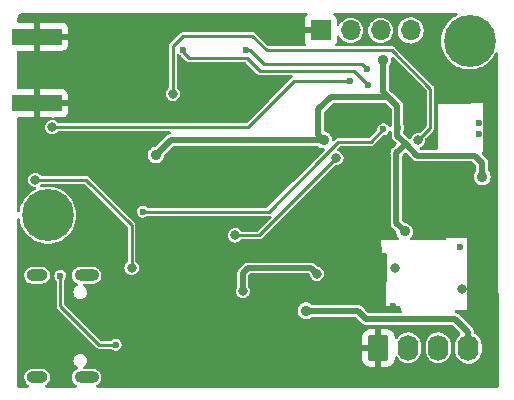
<source format=gbr>
%TF.GenerationSoftware,KiCad,Pcbnew,(6.0.1)*%
%TF.CreationDate,2023-03-02T19:10:53-05:00*%
%TF.ProjectId,PCBFiles_Gateway,50434246-696c-4657-935f-476174657761,rev?*%
%TF.SameCoordinates,Original*%
%TF.FileFunction,Copper,L4,Bot*%
%TF.FilePolarity,Positive*%
%FSLAX46Y46*%
G04 Gerber Fmt 4.6, Leading zero omitted, Abs format (unit mm)*
G04 Created by KiCad (PCBNEW (6.0.1)) date 2023-03-02 19:10:53*
%MOMM*%
%LPD*%
G01*
G04 APERTURE LIST*
G04 Aperture macros list*
%AMRoundRect*
0 Rectangle with rounded corners*
0 $1 Rounding radius*
0 $2 $3 $4 $5 $6 $7 $8 $9 X,Y pos of 4 corners*
0 Add a 4 corners polygon primitive as box body*
4,1,4,$2,$3,$4,$5,$6,$7,$8,$9,$2,$3,0*
0 Add four circle primitives for the rounded corners*
1,1,$1+$1,$2,$3*
1,1,$1+$1,$4,$5*
1,1,$1+$1,$6,$7*
1,1,$1+$1,$8,$9*
0 Add four rect primitives between the rounded corners*
20,1,$1+$1,$2,$3,$4,$5,0*
20,1,$1+$1,$4,$5,$6,$7,0*
20,1,$1+$1,$6,$7,$8,$9,0*
20,1,$1+$1,$8,$9,$2,$3,0*%
G04 Aperture macros list end*
%TA.AperFunction,SMDPad,CuDef*%
%ADD10R,4.200000X1.350000*%
%TD*%
%TA.AperFunction,ComponentPad*%
%ADD11C,4.400000*%
%TD*%
%TA.AperFunction,ComponentPad*%
%ADD12R,1.700000X1.700000*%
%TD*%
%TA.AperFunction,ComponentPad*%
%ADD13O,1.700000X1.700000*%
%TD*%
%TA.AperFunction,ComponentPad*%
%ADD14RoundRect,0.250000X-0.620000X-0.845000X0.620000X-0.845000X0.620000X0.845000X-0.620000X0.845000X0*%
%TD*%
%TA.AperFunction,ComponentPad*%
%ADD15O,1.740000X2.190000*%
%TD*%
%TA.AperFunction,ComponentPad*%
%ADD16O,2.100000X1.000000*%
%TD*%
%TA.AperFunction,ComponentPad*%
%ADD17O,1.800000X1.000000*%
%TD*%
%TA.AperFunction,ViaPad*%
%ADD18C,0.600000*%
%TD*%
%TA.AperFunction,ViaPad*%
%ADD19C,0.800000*%
%TD*%
%TA.AperFunction,ViaPad*%
%ADD20C,0.900000*%
%TD*%
%TA.AperFunction,Conductor*%
%ADD21C,0.500000*%
%TD*%
%TA.AperFunction,Conductor*%
%ADD22C,0.250000*%
%TD*%
G04 APERTURE END LIST*
D10*
%TO.P,J2,2,Ext*%
%TO.N,GND*%
X128432500Y-83785000D03*
X128432500Y-89435000D03*
%TD*%
D11*
%TO.P,H2,1*%
%TO.N,N/C*%
X129350000Y-98910000D03*
%TD*%
D12*
%TO.P,J4,1,Pin_1*%
%TO.N,GND*%
X152440000Y-83270000D03*
D13*
%TO.P,J4,2,Pin_2*%
%TO.N,I2C_SDA*%
X154980000Y-83270000D03*
%TO.P,J4,3,Pin_3*%
%TO.N,I2C_SCL*%
X157520000Y-83270000D03*
%TO.P,J4,4,Pin_4*%
%TO.N,+3V3*%
X160060000Y-83270000D03*
%TD*%
D11*
%TO.P,H1,1*%
%TO.N,N/C*%
X165050000Y-84160000D03*
%TD*%
D14*
%TO.P,J3,1,Pin_1*%
%TO.N,GND*%
X157330000Y-110130000D03*
D15*
%TO.P,J3,2,Pin_2*%
%TO.N,UART_CONN_RX*%
X159870000Y-110130000D03*
%TO.P,J3,3,Pin_3*%
%TO.N,UART_CONN_TX*%
X162410000Y-110130000D03*
%TO.P,J3,4,Pin_4*%
%TO.N,+3V3*%
X164950000Y-110130000D03*
%TD*%
D16*
%TO.P,J1,S1,SHIELD*%
%TO.N,unconnected-(J1-PadS1)*%
X132620000Y-112640000D03*
D17*
X128440000Y-104000000D03*
X128440000Y-112640000D03*
D16*
X132620000Y-104000000D03*
%TD*%
D18*
%TO.N,GND*%
X161780000Y-98480000D03*
X167110000Y-106700000D03*
X136920000Y-87210000D03*
X142210000Y-86880000D03*
X167020000Y-86910000D03*
D19*
X146460000Y-112860000D03*
D18*
X160570000Y-91530000D03*
D19*
X143950000Y-112890000D03*
D18*
X160380000Y-98940000D03*
X164820000Y-98540000D03*
X140040000Y-97550000D03*
X167080000Y-103150000D03*
X145240000Y-95520000D03*
X145340000Y-87020000D03*
X167070000Y-97960000D03*
X165850000Y-92040000D03*
D19*
X143200000Y-105190000D03*
D18*
X167050000Y-88100000D03*
D19*
X158720000Y-103420000D03*
D18*
X141250000Y-99790000D03*
D19*
X150420000Y-111840000D03*
X149030000Y-112830000D03*
D18*
X166060000Y-97920000D03*
X167090000Y-100060000D03*
X144050000Y-88690000D03*
X163290000Y-99000000D03*
X134570000Y-111570000D03*
X164930000Y-94740000D03*
X153640000Y-91230000D03*
X167060000Y-91540000D03*
X167050000Y-90450000D03*
X165840000Y-91080000D03*
X136920000Y-89230000D03*
X163820000Y-94740000D03*
X132540000Y-102250000D03*
X143080000Y-90350000D03*
X141670000Y-88680000D03*
X149510000Y-82710000D03*
X167070000Y-101140000D03*
X158590000Y-106600000D03*
D19*
X142530000Y-111880000D03*
D18*
X167080000Y-93830000D03*
X156340000Y-94100000D03*
X136760000Y-92710000D03*
X157750000Y-95190000D03*
X156340000Y-95260000D03*
X143580000Y-97490000D03*
X167150000Y-111520000D03*
D19*
X144570000Y-103910000D03*
D18*
X167080000Y-102110000D03*
X127790000Y-102250000D03*
X164240000Y-101580000D03*
D19*
X154570000Y-100700000D03*
D18*
X137150000Y-101244500D03*
X134630000Y-105070000D03*
X162760000Y-86310000D03*
X167100000Y-109100000D03*
X157710000Y-96370000D03*
X167030000Y-89340000D03*
D19*
X148940000Y-104440000D03*
D18*
X157760000Y-94120000D03*
X139850000Y-101740000D03*
X154700000Y-90170000D03*
X158140000Y-90800000D03*
X167120000Y-110350000D03*
X167090000Y-92710000D03*
X132530000Y-83270000D03*
X167070000Y-107960000D03*
D19*
X137860000Y-106970000D03*
D18*
X167090000Y-104270000D03*
D19*
X164450000Y-105120000D03*
D18*
X130850000Y-96544500D03*
X167070000Y-94940000D03*
X158900000Y-86680000D03*
X141740000Y-95210000D03*
X165630000Y-88090000D03*
X167110000Y-105380000D03*
X144730000Y-99600000D03*
D19*
X154190000Y-112170000D03*
D18*
X167090000Y-98960000D03*
X167140000Y-112720000D03*
X156300000Y-96380000D03*
D20*
%TO.N,+3V3*%
X138490000Y-93820000D03*
X166130000Y-95670000D03*
X151190000Y-107000000D03*
X152690000Y-92530000D03*
X157720000Y-85770000D03*
D18*
X158970000Y-91520000D03*
D20*
X159550000Y-100290000D03*
D18*
%TO.N,Net-(C12-Pad1)*%
X156360000Y-86520000D03*
X146150000Y-84900000D03*
%TO.N,BUTT_1*%
X156450000Y-87850000D03*
X140790000Y-84900000D03*
D19*
%TO.N,Net-(D2-Pad1)*%
X136440000Y-103370000D03*
X128290000Y-95920000D03*
%TO.N,GP_LED*%
X129720000Y-91460000D03*
D18*
X154960000Y-87540000D03*
%TO.N,Net-(J1-PadB5)*%
X135090000Y-109890000D03*
X130410000Y-104020000D03*
D19*
%TO.N,DIO0_RFM9X*%
X160700000Y-92550000D03*
X139920000Y-88630000D03*
D18*
%TO.N,DIO1_RFM9X*%
X137370000Y-98620000D03*
X157760000Y-91620000D03*
D19*
%TO.N,DIO2_RFM9X*%
X153780000Y-94080000D03*
X145200000Y-100620000D03*
%TO.N,+5V*%
X145850000Y-105340000D03*
X152120000Y-103860000D03*
%TD*%
D21*
%TO.N,+3V3*%
X164950000Y-108840000D02*
X164950000Y-110130000D01*
X165480000Y-93860000D02*
X160640000Y-93860000D01*
X166130000Y-95670000D02*
X166130000Y-94510000D01*
X156280000Y-107690000D02*
X163800000Y-107690000D01*
X158860000Y-99600000D02*
X159550000Y-100290000D01*
X139780000Y-92530000D02*
X138490000Y-93820000D01*
X157350000Y-88890000D02*
X153310000Y-88890000D01*
X159630000Y-92850000D02*
X158860000Y-93620000D01*
X153310000Y-88890000D02*
X152250000Y-89950000D01*
X160640000Y-93860000D02*
X159630000Y-92850000D01*
X158160000Y-88890000D02*
X157350000Y-88890000D01*
X152250000Y-92090000D02*
X152690000Y-92530000D01*
X158860000Y-93620000D02*
X158860000Y-99600000D01*
X158950000Y-89680000D02*
X158160000Y-88890000D01*
X157710000Y-85780000D02*
X157720000Y-85770000D01*
X158160000Y-88890000D02*
X157710000Y-88440000D01*
X152690000Y-92530000D02*
X139780000Y-92530000D01*
X155590000Y-107000000D02*
X156280000Y-107690000D01*
X152250000Y-89950000D02*
X152250000Y-92090000D01*
X151190000Y-107000000D02*
X155590000Y-107000000D01*
X163800000Y-107690000D02*
X164950000Y-108840000D01*
X158950000Y-92170000D02*
X158950000Y-89680000D01*
X166130000Y-94510000D02*
X165480000Y-93860000D01*
X157710000Y-88440000D02*
X157710000Y-85780000D01*
X159630000Y-92850000D02*
X158950000Y-92170000D01*
D22*
%TO.N,Net-(C12-Pad1)*%
X156360000Y-86520000D02*
X155930000Y-86090000D01*
X146450000Y-84900000D02*
X146150000Y-84900000D01*
X147640000Y-86090000D02*
X146450000Y-84900000D01*
X155930000Y-86090000D02*
X147640000Y-86090000D01*
%TO.N,BUTT_1*%
X141330000Y-85620000D02*
X140790000Y-85080000D01*
X146234296Y-85620000D02*
X141330000Y-85620000D01*
X156450000Y-87850000D02*
X155309511Y-86709511D01*
X155309511Y-86709511D02*
X147323806Y-86709510D01*
X147323806Y-86709510D02*
X146234296Y-85620000D01*
X140790000Y-85080000D02*
X140790000Y-84900000D01*
%TO.N,Net-(D2-Pad1)*%
X136440000Y-99760000D02*
X132600000Y-95920000D01*
X136440000Y-103370000D02*
X136440000Y-99760000D01*
X132600000Y-95920000D02*
X128290000Y-95920000D01*
%TO.N,GP_LED*%
X150210000Y-87540000D02*
X146290000Y-91460000D01*
X146290000Y-91460000D02*
X129720000Y-91460000D01*
X154960000Y-87540000D02*
X150210000Y-87540000D01*
%TO.N,Net-(J1-PadB5)*%
X133710000Y-109890000D02*
X130920000Y-107100000D01*
X130410000Y-106590000D02*
X130410000Y-104020000D01*
X135090000Y-109890000D02*
X133710000Y-109890000D01*
X130920000Y-107100000D02*
X130410000Y-106590000D01*
%TO.N,DIO0_RFM9X*%
X161740000Y-88183978D02*
X158501521Y-84945499D01*
X160700000Y-92550000D02*
X161740000Y-91510000D01*
X147875499Y-84945499D02*
X146660000Y-83730000D01*
X139920000Y-84620000D02*
X139920000Y-88630000D01*
X146660000Y-83730000D02*
X140810000Y-83730000D01*
X140810000Y-83730000D02*
X139920000Y-84620000D01*
X161740000Y-91510000D02*
X161740000Y-88183978D01*
X158501521Y-84945499D02*
X147875499Y-84945499D01*
%TO.N,DIO1_RFM9X*%
X153950000Y-92710000D02*
X152560000Y-94100000D01*
X148040000Y-98620000D02*
X137370000Y-98620000D01*
X152560000Y-94100000D02*
X148040000Y-98620000D01*
X154780000Y-92710000D02*
X153950000Y-92710000D01*
X156670000Y-92710000D02*
X154780000Y-92710000D01*
X157760000Y-91620000D02*
X156670000Y-92710000D01*
%TO.N,DIO2_RFM9X*%
X145200000Y-100620000D02*
X147240000Y-100620000D01*
X147240000Y-100620000D02*
X153780000Y-94080000D01*
D21*
%TO.N,+5V*%
X145850000Y-105340000D02*
X145850000Y-103790000D01*
X145850000Y-103790000D02*
X146270000Y-103370000D01*
X146270000Y-103370000D02*
X151630000Y-103370000D01*
X151630000Y-103370000D02*
X152120000Y-103860000D01*
%TD*%
%TA.AperFunction,Conductor*%
%TO.N,GND*%
G36*
X151313414Y-81780002D02*
G01*
X151359907Y-81833658D01*
X151370011Y-81903932D01*
X151340517Y-81968512D01*
X151320858Y-81986827D01*
X151234272Y-82051719D01*
X151221715Y-82064276D01*
X151145214Y-82166351D01*
X151136676Y-82181946D01*
X151091522Y-82302394D01*
X151087895Y-82317649D01*
X151082369Y-82368514D01*
X151082000Y-82375328D01*
X151082000Y-82997885D01*
X151086475Y-83013124D01*
X151087865Y-83014329D01*
X151095548Y-83016000D01*
X152568000Y-83016000D01*
X152636121Y-83036002D01*
X152682614Y-83089658D01*
X152694000Y-83142000D01*
X152694000Y-83398000D01*
X152673998Y-83466121D01*
X152620342Y-83512614D01*
X152568000Y-83524000D01*
X151100116Y-83524000D01*
X151084877Y-83528475D01*
X151083672Y-83529865D01*
X151082001Y-83537548D01*
X151082001Y-84164669D01*
X151082371Y-84171490D01*
X151087895Y-84222352D01*
X151091521Y-84237604D01*
X151136676Y-84358054D01*
X151145214Y-84373648D01*
X151178779Y-84418434D01*
X151203627Y-84484940D01*
X151188574Y-84554323D01*
X151138400Y-84604553D01*
X151077953Y-84619999D01*
X148062516Y-84619999D01*
X147994395Y-84599997D01*
X147973421Y-84583094D01*
X146904110Y-83513784D01*
X146896683Y-83505680D01*
X146879541Y-83485251D01*
X146879542Y-83485251D01*
X146872455Y-83476806D01*
X146853948Y-83466121D01*
X146839815Y-83457961D01*
X146830544Y-83452055D01*
X146817461Y-83442894D01*
X146799684Y-83430446D01*
X146789034Y-83427592D01*
X146785866Y-83426115D01*
X146782590Y-83424923D01*
X146773045Y-83419412D01*
X146739301Y-83413462D01*
X146735942Y-83412870D01*
X146725215Y-83410492D01*
X146688807Y-83400736D01*
X146677822Y-83401697D01*
X146677820Y-83401697D01*
X146651272Y-83404020D01*
X146640290Y-83404500D01*
X140829710Y-83404500D01*
X140818728Y-83404020D01*
X140792180Y-83401697D01*
X140792178Y-83401697D01*
X140781193Y-83400736D01*
X140744785Y-83410492D01*
X140734058Y-83412870D01*
X140730699Y-83413462D01*
X140696955Y-83419412D01*
X140687410Y-83424923D01*
X140684134Y-83426115D01*
X140680966Y-83427592D01*
X140670316Y-83430446D01*
X140652539Y-83442894D01*
X140639456Y-83452055D01*
X140630185Y-83457961D01*
X140616052Y-83466121D01*
X140597545Y-83476806D01*
X140590459Y-83485251D01*
X140573315Y-83505682D01*
X140565889Y-83513785D01*
X139703785Y-84375889D01*
X139695681Y-84383316D01*
X139666806Y-84407545D01*
X139661293Y-84417094D01*
X139647961Y-84440185D01*
X139642055Y-84449456D01*
X139620446Y-84480316D01*
X139617592Y-84490966D01*
X139616115Y-84494134D01*
X139614923Y-84497410D01*
X139609412Y-84506955D01*
X139603462Y-84540699D01*
X139602870Y-84544058D01*
X139600492Y-84554785D01*
X139590736Y-84591193D01*
X139591697Y-84602178D01*
X139591697Y-84602180D01*
X139594020Y-84628728D01*
X139594500Y-84639710D01*
X139594500Y-88060714D01*
X139574498Y-88128835D01*
X139545204Y-88160677D01*
X139516863Y-88182424D01*
X139491718Y-88201718D01*
X139395464Y-88327159D01*
X139334956Y-88473238D01*
X139333878Y-88481426D01*
X139328461Y-88522571D01*
X139314318Y-88630000D01*
X139334956Y-88786762D01*
X139395464Y-88932841D01*
X139491718Y-89058282D01*
X139617159Y-89154536D01*
X139763238Y-89215044D01*
X139920000Y-89235682D01*
X139928188Y-89234604D01*
X140068574Y-89216122D01*
X140076762Y-89215044D01*
X140222841Y-89154536D01*
X140348282Y-89058282D01*
X140444536Y-88932841D01*
X140505044Y-88786762D01*
X140525682Y-88630000D01*
X140511539Y-88522571D01*
X140506122Y-88481426D01*
X140505044Y-88473238D01*
X140444536Y-88327159D01*
X140348282Y-88201718D01*
X140323138Y-88182424D01*
X140294796Y-88160677D01*
X140252929Y-88103339D01*
X140245500Y-88060714D01*
X140245500Y-85371418D01*
X140265502Y-85303297D01*
X140319158Y-85256804D01*
X140389432Y-85246700D01*
X140452097Y-85275909D01*
X140452970Y-85276948D01*
X140572313Y-85356390D01*
X140580882Y-85359067D01*
X140580884Y-85359068D01*
X140591804Y-85362480D01*
X140643326Y-85393652D01*
X141085901Y-85836228D01*
X141093327Y-85844331D01*
X141117545Y-85873194D01*
X141127088Y-85878704D01*
X141127092Y-85878707D01*
X141150179Y-85892036D01*
X141159448Y-85897940D01*
X141190316Y-85919554D01*
X141200964Y-85922407D01*
X141204135Y-85923886D01*
X141207411Y-85925078D01*
X141216955Y-85930588D01*
X141254076Y-85937134D01*
X141264783Y-85939508D01*
X141301193Y-85949263D01*
X141312168Y-85948303D01*
X141312170Y-85948303D01*
X141338731Y-85945979D01*
X141349712Y-85945500D01*
X146047280Y-85945500D01*
X146115401Y-85965502D01*
X146136375Y-85982405D01*
X147079695Y-86925725D01*
X147087122Y-86933829D01*
X147111351Y-86962704D01*
X147120900Y-86968217D01*
X147143991Y-86981549D01*
X147153262Y-86987455D01*
X147184122Y-87009064D01*
X147194772Y-87011918D01*
X147197940Y-87013395D01*
X147201216Y-87014587D01*
X147210761Y-87020098D01*
X147244505Y-87026048D01*
X147247864Y-87026640D01*
X147258591Y-87029018D01*
X147294999Y-87038774D01*
X147305975Y-87037814D01*
X147305978Y-87037814D01*
X147332549Y-87035489D01*
X147343530Y-87035010D01*
X149963429Y-87035010D01*
X150031549Y-87055012D01*
X150078042Y-87108668D01*
X150088146Y-87178942D01*
X150058652Y-87243522D01*
X150026430Y-87270128D01*
X150007096Y-87281291D01*
X150007093Y-87281293D01*
X149997545Y-87286806D01*
X149990457Y-87295253D01*
X149990456Y-87295254D01*
X149973326Y-87315669D01*
X149965900Y-87323773D01*
X148073552Y-89216122D01*
X146192079Y-91097595D01*
X146129767Y-91131621D01*
X146102984Y-91134500D01*
X130289286Y-91134500D01*
X130221165Y-91114498D01*
X130189323Y-91085204D01*
X130153305Y-91038264D01*
X130148282Y-91031718D01*
X130022841Y-90935464D01*
X129876762Y-90874956D01*
X129830921Y-90868921D01*
X129765994Y-90840199D01*
X129726902Y-90780934D01*
X129726057Y-90709942D01*
X129763727Y-90649763D01*
X129827952Y-90619504D01*
X129847367Y-90617999D01*
X130577169Y-90617999D01*
X130583990Y-90617629D01*
X130634852Y-90612105D01*
X130650104Y-90608479D01*
X130770554Y-90563324D01*
X130786149Y-90554786D01*
X130888224Y-90478285D01*
X130900785Y-90465724D01*
X130977286Y-90363649D01*
X130985824Y-90348054D01*
X131030978Y-90227606D01*
X131034605Y-90212351D01*
X131040131Y-90161486D01*
X131040500Y-90154672D01*
X131040500Y-89707115D01*
X131036025Y-89691876D01*
X131034635Y-89690671D01*
X131026952Y-89689000D01*
X128704615Y-89689000D01*
X128689376Y-89693475D01*
X128688171Y-89694865D01*
X128686500Y-89702548D01*
X128686500Y-90599884D01*
X128690975Y-90615123D01*
X128692365Y-90616328D01*
X128700048Y-90617999D01*
X129592633Y-90617999D01*
X129660754Y-90638001D01*
X129707247Y-90691657D01*
X129717351Y-90761931D01*
X129687857Y-90826511D01*
X129628131Y-90864895D01*
X129609080Y-90868921D01*
X129563238Y-90874956D01*
X129417159Y-90935464D01*
X129291718Y-91031718D01*
X129195464Y-91157159D01*
X129134956Y-91303238D01*
X129114318Y-91460000D01*
X129134956Y-91616762D01*
X129195464Y-91762841D01*
X129246823Y-91829773D01*
X129281355Y-91874776D01*
X129291718Y-91888282D01*
X129298264Y-91893305D01*
X129319249Y-91909407D01*
X129417159Y-91984536D01*
X129563238Y-92045044D01*
X129571426Y-92046122D01*
X129641619Y-92055363D01*
X129720000Y-92065682D01*
X129728188Y-92064604D01*
X129733293Y-92063932D01*
X129798381Y-92055363D01*
X129868574Y-92046122D01*
X129876762Y-92045044D01*
X130022841Y-91984536D01*
X130120751Y-91909407D01*
X130141736Y-91893305D01*
X130148282Y-91888282D01*
X130158646Y-91874776D01*
X130189323Y-91834796D01*
X130246661Y-91792929D01*
X130289286Y-91785500D01*
X139658074Y-91785500D01*
X139726195Y-91805502D01*
X139772688Y-91859158D01*
X139782792Y-91929432D01*
X139753298Y-91994012D01*
X139693572Y-92032396D01*
X139685783Y-92034343D01*
X139677461Y-92034859D01*
X139669017Y-92037907D01*
X139665324Y-92038672D01*
X139650584Y-92042347D01*
X139646968Y-92043404D01*
X139638082Y-92044677D01*
X139597016Y-92063349D01*
X139595734Y-92063932D01*
X139586367Y-92067745D01*
X139542613Y-92083540D01*
X139535361Y-92088838D01*
X139532015Y-92090617D01*
X139518911Y-92098274D01*
X139515739Y-92100303D01*
X139507572Y-92104016D01*
X139500776Y-92109871D01*
X139500774Y-92109873D01*
X139472321Y-92134390D01*
X139464405Y-92140675D01*
X139457598Y-92145648D01*
X139457591Y-92145654D01*
X139453664Y-92148523D01*
X139442928Y-92159259D01*
X139436082Y-92165616D01*
X139398963Y-92197600D01*
X139394079Y-92205134D01*
X139388181Y-92211896D01*
X139388176Y-92211892D01*
X139379200Y-92222987D01*
X138519945Y-93082241D01*
X138457633Y-93116266D01*
X138430191Y-93119143D01*
X138408895Y-93119031D01*
X138401508Y-93120805D01*
X138401504Y-93120805D01*
X138258460Y-93155148D01*
X138244032Y-93158612D01*
X138237288Y-93162093D01*
X138237285Y-93162094D01*
X138100117Y-93232892D01*
X138093369Y-93236375D01*
X138087647Y-93241367D01*
X138087645Y-93241368D01*
X138046203Y-93277520D01*
X137965604Y-93347831D01*
X137944980Y-93377176D01*
X137876708Y-93474318D01*
X137868113Y-93486547D01*
X137806524Y-93644513D01*
X137805532Y-93652046D01*
X137805532Y-93652047D01*
X137787301Y-93790532D01*
X137784394Y-93812611D01*
X137802999Y-93981135D01*
X137810867Y-94002634D01*
X137857097Y-94128963D01*
X137861266Y-94140356D01*
X137865502Y-94146659D01*
X137865502Y-94146660D01*
X137877342Y-94164280D01*
X137955830Y-94281083D01*
X137961442Y-94286190D01*
X137961445Y-94286193D01*
X138075612Y-94390077D01*
X138075616Y-94390080D01*
X138081233Y-94395191D01*
X138087906Y-94398814D01*
X138087910Y-94398817D01*
X138223558Y-94472467D01*
X138223560Y-94472468D01*
X138230235Y-94476092D01*
X138237584Y-94478020D01*
X138386883Y-94517188D01*
X138386885Y-94517188D01*
X138394233Y-94519116D01*
X138480609Y-94520473D01*
X138556161Y-94521660D01*
X138556164Y-94521660D01*
X138563760Y-94521779D01*
X138571165Y-94520083D01*
X138571166Y-94520083D01*
X138668739Y-94497736D01*
X138729029Y-94483928D01*
X138880498Y-94407747D01*
X138976525Y-94325732D01*
X139003651Y-94302564D01*
X139003652Y-94302563D01*
X139009423Y-94297634D01*
X139108361Y-94159947D01*
X139118083Y-94135763D01*
X139168766Y-94009687D01*
X139168767Y-94009685D01*
X139171601Y-94002634D01*
X139191634Y-93861874D01*
X139221035Y-93797251D01*
X139227282Y-93790532D01*
X139950409Y-93067405D01*
X140012721Y-93033379D01*
X140039504Y-93030500D01*
X152150403Y-93030500D01*
X152218524Y-93050502D01*
X152235202Y-93063306D01*
X152254610Y-93080966D01*
X152281233Y-93105191D01*
X152287906Y-93108814D01*
X152287910Y-93108817D01*
X152423558Y-93182467D01*
X152423560Y-93182468D01*
X152430235Y-93186092D01*
X152437584Y-93188020D01*
X152586883Y-93227188D01*
X152586885Y-93227188D01*
X152594233Y-93229116D01*
X152667218Y-93230262D01*
X152735015Y-93251331D01*
X152780659Y-93305710D01*
X152789659Y-93376134D01*
X152754333Y-93445341D01*
X152349974Y-93849700D01*
X152349971Y-93849702D01*
X150131100Y-96068574D01*
X147942079Y-98257595D01*
X147879767Y-98291621D01*
X147852984Y-98294500D01*
X137808008Y-98294500D01*
X137739887Y-98274498D01*
X137712556Y-98250750D01*
X137702400Y-98238963D01*
X137582095Y-98160985D01*
X137444739Y-98119907D01*
X137435763Y-98119852D01*
X137435762Y-98119852D01*
X137375555Y-98119484D01*
X137301376Y-98119031D01*
X137163529Y-98158428D01*
X137042280Y-98234930D01*
X136947377Y-98342388D01*
X136886447Y-98472163D01*
X136885066Y-98481035D01*
X136866589Y-98599708D01*
X136864391Y-98613823D01*
X136882980Y-98755979D01*
X136940720Y-98887203D01*
X136946497Y-98894076D01*
X136946498Y-98894077D01*
X137027190Y-98990072D01*
X137032970Y-98996948D01*
X137152313Y-99076390D01*
X137289157Y-99119142D01*
X137298129Y-99119306D01*
X137298132Y-99119307D01*
X137363463Y-99120504D01*
X137432499Y-99121770D01*
X137441533Y-99119307D01*
X137562158Y-99086421D01*
X137562160Y-99086420D01*
X137570817Y-99084060D01*
X137692991Y-99009045D01*
X137710165Y-98990072D01*
X137712995Y-98986945D01*
X137773538Y-98949863D01*
X137806410Y-98945500D01*
X148020290Y-98945500D01*
X148031272Y-98945980D01*
X148057820Y-98948303D01*
X148057822Y-98948303D01*
X148068807Y-98949264D01*
X148105215Y-98939508D01*
X148115943Y-98937130D01*
X148143194Y-98932325D01*
X148213753Y-98940195D01*
X148268856Y-98984962D01*
X148291010Y-99052414D01*
X148273179Y-99121135D01*
X148254168Y-99145506D01*
X147142079Y-100257595D01*
X147079767Y-100291621D01*
X147052984Y-100294500D01*
X145769286Y-100294500D01*
X145701165Y-100274498D01*
X145669323Y-100245204D01*
X145633305Y-100198264D01*
X145628282Y-100191718D01*
X145502841Y-100095464D01*
X145356762Y-100034956D01*
X145200000Y-100014318D01*
X145043238Y-100034956D01*
X144897159Y-100095464D01*
X144771718Y-100191718D01*
X144675464Y-100317159D01*
X144614956Y-100463238D01*
X144594318Y-100620000D01*
X144614956Y-100776762D01*
X144675464Y-100922841D01*
X144771718Y-101048282D01*
X144897159Y-101144536D01*
X145043238Y-101205044D01*
X145200000Y-101225682D01*
X145208188Y-101224604D01*
X145348574Y-101206122D01*
X145356762Y-101205044D01*
X145502841Y-101144536D01*
X145628282Y-101048282D01*
X145669323Y-100994796D01*
X145726661Y-100952929D01*
X145769286Y-100945500D01*
X147220290Y-100945500D01*
X147231272Y-100945980D01*
X147257820Y-100948303D01*
X147257822Y-100948303D01*
X147268807Y-100949264D01*
X147305215Y-100939508D01*
X147315942Y-100937130D01*
X147319301Y-100936538D01*
X147353045Y-100930588D01*
X147362590Y-100925077D01*
X147365866Y-100923885D01*
X147369034Y-100922408D01*
X147379684Y-100919554D01*
X147410544Y-100897945D01*
X147419815Y-100892039D01*
X147442906Y-100878707D01*
X147452455Y-100873194D01*
X147476685Y-100844317D01*
X147484111Y-100836215D01*
X153607617Y-94712709D01*
X153669929Y-94678683D01*
X153713157Y-94676882D01*
X153780000Y-94685682D01*
X153788188Y-94684604D01*
X153928574Y-94666122D01*
X153936762Y-94665044D01*
X154082841Y-94604536D01*
X154194163Y-94519116D01*
X154201736Y-94513305D01*
X154208282Y-94508282D01*
X154304536Y-94382841D01*
X154365044Y-94236762D01*
X154385682Y-94080000D01*
X154365044Y-93923238D01*
X154304536Y-93777159D01*
X154208282Y-93651718D01*
X154082841Y-93555464D01*
X153936762Y-93494956D01*
X153928576Y-93493878D01*
X153928575Y-93493878D01*
X153914910Y-93492079D01*
X153849983Y-93463355D01*
X153810893Y-93404089D01*
X153810050Y-93333097D01*
X153842264Y-93278062D01*
X154047921Y-93072405D01*
X154110233Y-93038379D01*
X154137016Y-93035500D01*
X156650290Y-93035500D01*
X156661272Y-93035980D01*
X156687820Y-93038303D01*
X156687822Y-93038303D01*
X156698807Y-93039264D01*
X156735215Y-93029508D01*
X156745942Y-93027130D01*
X156749301Y-93026538D01*
X156783045Y-93020588D01*
X156792590Y-93015077D01*
X156795866Y-93013885D01*
X156799034Y-93012408D01*
X156809684Y-93009554D01*
X156840544Y-92987945D01*
X156849815Y-92982039D01*
X156872906Y-92968707D01*
X156882455Y-92963194D01*
X156906685Y-92934317D01*
X156914111Y-92926215D01*
X157682562Y-92157764D01*
X157744874Y-92123738D01*
X157773964Y-92120880D01*
X157822499Y-92121770D01*
X157918592Y-92095572D01*
X157952158Y-92086421D01*
X157952160Y-92086420D01*
X157960817Y-92084060D01*
X158082991Y-92009045D01*
X158109726Y-91979509D01*
X158173178Y-91909407D01*
X158179200Y-91902754D01*
X158195373Y-91869374D01*
X158210108Y-91838960D01*
X158257810Y-91786377D01*
X158326369Y-91767931D01*
X158394016Y-91789478D01*
X158439276Y-91844179D01*
X158449500Y-91893898D01*
X158449500Y-92099819D01*
X158448172Y-92111704D01*
X158448682Y-92111745D01*
X158447962Y-92120691D01*
X158445981Y-92129447D01*
X158446537Y-92138407D01*
X158449258Y-92182264D01*
X158449500Y-92190067D01*
X158449500Y-92205940D01*
X158450135Y-92210374D01*
X158450948Y-92216050D01*
X158451978Y-92226106D01*
X158454859Y-92272538D01*
X158457907Y-92280982D01*
X158458676Y-92284694D01*
X158462343Y-92299399D01*
X158463404Y-92303027D01*
X158464677Y-92311918D01*
X158483939Y-92354282D01*
X158487746Y-92363637D01*
X158500491Y-92398943D01*
X158500493Y-92398947D01*
X158503540Y-92407387D01*
X158508835Y-92414635D01*
X158510611Y-92417975D01*
X158518274Y-92431089D01*
X158520303Y-92434261D01*
X158524016Y-92442428D01*
X158529871Y-92449223D01*
X158529873Y-92449226D01*
X158554387Y-92477675D01*
X158560675Y-92485595D01*
X158568522Y-92496336D01*
X158579265Y-92507079D01*
X158585623Y-92513925D01*
X158617600Y-92551037D01*
X158625134Y-92555920D01*
X158631896Y-92561819D01*
X158631892Y-92561824D01*
X158642986Y-92570800D01*
X158833091Y-92760905D01*
X158867117Y-92823217D01*
X158862052Y-92894032D01*
X158833091Y-92939095D01*
X158555720Y-93216466D01*
X158546376Y-93223932D01*
X158546708Y-93224322D01*
X158539872Y-93230140D01*
X158532280Y-93234930D01*
X158526338Y-93241658D01*
X158526337Y-93241659D01*
X158497244Y-93274601D01*
X158491897Y-93280289D01*
X158480680Y-93291506D01*
X158477991Y-93295094D01*
X158477990Y-93295095D01*
X158474550Y-93299684D01*
X158468168Y-93307523D01*
X158445582Y-93333097D01*
X158437377Y-93342388D01*
X158433563Y-93350511D01*
X158431492Y-93353664D01*
X158423673Y-93366676D01*
X158421856Y-93369995D01*
X158416474Y-93377176D01*
X158413325Y-93385577D01*
X158413324Y-93385578D01*
X158400144Y-93420736D01*
X158396217Y-93430053D01*
X158380263Y-93464034D01*
X158380262Y-93464037D01*
X158376447Y-93472163D01*
X158375065Y-93481037D01*
X158373961Y-93484650D01*
X158370115Y-93499307D01*
X158369301Y-93503010D01*
X158366148Y-93511420D01*
X158362698Y-93557843D01*
X158361548Y-93567856D01*
X158359500Y-93581009D01*
X158359500Y-93596204D01*
X158359154Y-93605541D01*
X158355524Y-93654392D01*
X158357397Y-93663168D01*
X158358008Y-93672125D01*
X158358002Y-93672125D01*
X158359500Y-93686318D01*
X158359500Y-99529819D01*
X158358172Y-99541704D01*
X158358682Y-99541745D01*
X158357962Y-99550691D01*
X158355981Y-99559447D01*
X158358598Y-99601620D01*
X158359258Y-99612264D01*
X158359500Y-99620067D01*
X158359500Y-99635940D01*
X158360135Y-99640374D01*
X158360948Y-99646050D01*
X158361978Y-99656106D01*
X158364859Y-99702538D01*
X158367907Y-99710982D01*
X158368676Y-99714694D01*
X158372343Y-99729399D01*
X158373404Y-99733027D01*
X158374677Y-99741918D01*
X158393939Y-99784282D01*
X158397746Y-99793637D01*
X158410491Y-99828943D01*
X158410493Y-99828947D01*
X158413540Y-99837387D01*
X158418835Y-99844635D01*
X158420611Y-99847975D01*
X158428274Y-99861089D01*
X158430303Y-99864261D01*
X158434016Y-99872428D01*
X158439871Y-99879223D01*
X158439873Y-99879226D01*
X158464387Y-99907675D01*
X158470675Y-99915595D01*
X158478522Y-99926336D01*
X158489265Y-99937079D01*
X158495623Y-99943925D01*
X158527600Y-99981037D01*
X158535134Y-99985920D01*
X158541896Y-99991819D01*
X158541892Y-99991824D01*
X158552986Y-100000800D01*
X158814296Y-100262110D01*
X158848322Y-100324422D01*
X158850440Y-100337378D01*
X158862999Y-100451135D01*
X158921266Y-100610356D01*
X158925502Y-100616659D01*
X158925502Y-100616660D01*
X158938574Y-100636113D01*
X159015830Y-100751083D01*
X159076372Y-100806172D01*
X159113293Y-100866811D01*
X159111570Y-100937786D01*
X159071748Y-100996563D01*
X159006470Y-101024480D01*
X158991987Y-101025363D01*
X157604828Y-101029940D01*
X157604827Y-101029940D01*
X157586710Y-101030000D01*
X157596870Y-102121163D01*
X157939921Y-102124269D01*
X158007857Y-102144887D01*
X158053862Y-102198962D01*
X158064778Y-102249719D01*
X158067678Y-102919605D01*
X158074332Y-104456587D01*
X158074456Y-104485327D01*
X158054749Y-104553533D01*
X158001295Y-104600258D01*
X157978858Y-104608149D01*
X157968417Y-104610745D01*
X157950316Y-104609986D01*
X157949423Y-105183238D01*
X157947241Y-106583318D01*
X157947196Y-106611932D01*
X159082971Y-106614205D01*
X159151052Y-106634344D01*
X159197437Y-106688092D01*
X159208716Y-106739323D01*
X159210137Y-106942703D01*
X159217997Y-106942706D01*
X159220390Y-106944751D01*
X159274584Y-106974110D01*
X159308815Y-107036309D01*
X159303985Y-107107142D01*
X159261626Y-107164118D01*
X159195189Y-107189149D01*
X159185784Y-107189500D01*
X156539504Y-107189500D01*
X156471383Y-107169498D01*
X156450408Y-107152595D01*
X156228994Y-106931180D01*
X155993531Y-106695717D01*
X155986068Y-106686376D01*
X155985678Y-106686708D01*
X155979860Y-106679872D01*
X155975070Y-106672280D01*
X155935398Y-106637243D01*
X155929711Y-106631897D01*
X155918494Y-106620680D01*
X155914905Y-106617990D01*
X155910316Y-106614550D01*
X155902477Y-106608168D01*
X155874339Y-106583318D01*
X155867612Y-106577377D01*
X155859489Y-106573563D01*
X155856336Y-106571492D01*
X155843324Y-106563673D01*
X155840005Y-106561856D01*
X155832824Y-106556474D01*
X155789261Y-106540143D01*
X155779947Y-106536217D01*
X155745966Y-106520263D01*
X155745963Y-106520262D01*
X155737837Y-106516447D01*
X155728963Y-106515065D01*
X155725350Y-106513961D01*
X155710693Y-106510115D01*
X155706990Y-106509301D01*
X155698580Y-106506148D01*
X155652157Y-106502698D01*
X155642144Y-106501548D01*
X155628991Y-106499500D01*
X155613796Y-106499500D01*
X155604459Y-106499154D01*
X155589036Y-106498008D01*
X155555608Y-106495524D01*
X155546832Y-106497397D01*
X155537875Y-106498008D01*
X155537875Y-106498002D01*
X155523682Y-106499500D01*
X151729309Y-106499500D01*
X151661188Y-106479498D01*
X151645499Y-106467583D01*
X151592721Y-106420560D01*
X151442881Y-106341224D01*
X151278441Y-106299919D01*
X151270843Y-106299879D01*
X151270841Y-106299879D01*
X151193668Y-106299475D01*
X151108895Y-106299031D01*
X151101508Y-106300805D01*
X151101504Y-106300805D01*
X150958162Y-106335220D01*
X150944032Y-106338612D01*
X150937288Y-106342093D01*
X150937285Y-106342094D01*
X150800117Y-106412892D01*
X150793369Y-106416375D01*
X150787647Y-106421367D01*
X150787645Y-106421368D01*
X150734676Y-106467576D01*
X150665604Y-106527831D01*
X150640414Y-106563673D01*
X150576081Y-106655210D01*
X150568113Y-106666547D01*
X150506524Y-106824513D01*
X150505532Y-106832046D01*
X150505532Y-106832047D01*
X150486830Y-106974110D01*
X150484394Y-106992611D01*
X150502999Y-107161135D01*
X150526816Y-107226217D01*
X150556741Y-107307990D01*
X150561266Y-107320356D01*
X150655830Y-107461083D01*
X150661442Y-107466190D01*
X150661445Y-107466193D01*
X150775612Y-107570077D01*
X150775616Y-107570080D01*
X150781233Y-107575191D01*
X150787906Y-107578814D01*
X150787910Y-107578817D01*
X150923558Y-107652467D01*
X150923560Y-107652468D01*
X150930235Y-107656092D01*
X150937584Y-107658020D01*
X151086883Y-107697188D01*
X151086885Y-107697188D01*
X151094233Y-107699116D01*
X151180609Y-107700473D01*
X151256161Y-107701660D01*
X151256164Y-107701660D01*
X151263760Y-107701779D01*
X151271165Y-107700083D01*
X151271166Y-107700083D01*
X151331586Y-107686245D01*
X151429029Y-107663928D01*
X151580498Y-107587747D01*
X151586270Y-107582818D01*
X151586272Y-107582816D01*
X151647304Y-107530689D01*
X151712094Y-107501658D01*
X151729135Y-107500500D01*
X155330496Y-107500500D01*
X155398617Y-107520502D01*
X155419591Y-107537405D01*
X155876466Y-107994280D01*
X155883932Y-108003624D01*
X155884322Y-108003292D01*
X155890140Y-108010128D01*
X155894930Y-108017720D01*
X155901658Y-108023662D01*
X155901659Y-108023663D01*
X155934600Y-108052755D01*
X155940288Y-108058102D01*
X155951506Y-108069320D01*
X155955094Y-108072009D01*
X155955095Y-108072010D01*
X155959684Y-108075450D01*
X155967523Y-108081832D01*
X156002388Y-108112623D01*
X156010511Y-108116437D01*
X156013664Y-108118508D01*
X156026676Y-108126327D01*
X156029994Y-108128143D01*
X156037176Y-108133526D01*
X156080741Y-108149858D01*
X156090050Y-108153780D01*
X156132163Y-108173553D01*
X156141036Y-108174935D01*
X156144658Y-108176042D01*
X156159328Y-108179891D01*
X156163017Y-108180702D01*
X156171419Y-108183852D01*
X156180364Y-108184517D01*
X156180374Y-108184519D01*
X156217828Y-108187302D01*
X156227855Y-108188452D01*
X156241009Y-108190500D01*
X156256203Y-108190500D01*
X156265541Y-108190846D01*
X156314391Y-108194476D01*
X156323167Y-108192603D01*
X156332124Y-108191992D01*
X156332124Y-108191998D01*
X156346317Y-108190500D01*
X163540496Y-108190500D01*
X163608617Y-108210502D01*
X163629591Y-108227405D01*
X164249745Y-108847559D01*
X164283771Y-108909871D01*
X164278706Y-108980686D01*
X164233551Y-109039423D01*
X164219664Y-109049275D01*
X164214512Y-109052929D01*
X164066658Y-109207379D01*
X164063404Y-109212418D01*
X164063402Y-109212421D01*
X164005128Y-109302672D01*
X163950678Y-109387001D01*
X163870755Y-109585313D01*
X163829775Y-109795161D01*
X163829500Y-109800784D01*
X163829500Y-110408423D01*
X163844710Y-110567845D01*
X163904899Y-110773011D01*
X163934538Y-110830558D01*
X163999829Y-110957328D01*
X164002798Y-110963093D01*
X164006502Y-110967808D01*
X164131168Y-111126517D01*
X164131172Y-111126522D01*
X164134874Y-111131234D01*
X164139404Y-111135165D01*
X164139405Y-111135166D01*
X164142210Y-111137600D01*
X164296362Y-111271366D01*
X164481436Y-111378433D01*
X164487105Y-111380402D01*
X164487108Y-111380403D01*
X164563377Y-111406888D01*
X164683416Y-111448573D01*
X164689354Y-111449434D01*
X164889075Y-111478392D01*
X164889078Y-111478392D01*
X164895015Y-111479253D01*
X165108598Y-111469368D01*
X165114422Y-111467964D01*
X165114425Y-111467964D01*
X165310633Y-111420677D01*
X165310632Y-111420677D01*
X165316459Y-111419273D01*
X165333276Y-111411627D01*
X165446303Y-111360236D01*
X165511096Y-111330776D01*
X165515979Y-111327313D01*
X165515983Y-111327310D01*
X165680602Y-111210537D01*
X165680603Y-111210536D01*
X165685488Y-111207071D01*
X165833342Y-111052621D01*
X165853020Y-111022146D01*
X165946065Y-110878043D01*
X165949322Y-110872999D01*
X166029245Y-110674687D01*
X166070225Y-110464839D01*
X166070500Y-110459216D01*
X166070500Y-109851577D01*
X166055290Y-109692155D01*
X165995101Y-109486989D01*
X165933018Y-109366448D01*
X165899948Y-109302238D01*
X165899946Y-109302235D01*
X165897202Y-109296907D01*
X165855603Y-109243949D01*
X165768832Y-109133483D01*
X165768828Y-109133478D01*
X165765126Y-109128766D01*
X165759300Y-109123710D01*
X165682718Y-109057256D01*
X165603638Y-108988634D01*
X165545565Y-108955038D01*
X165513884Y-108936710D01*
X165464935Y-108885285D01*
X165451221Y-108835456D01*
X165450882Y-108829990D01*
X165450742Y-108827730D01*
X165450500Y-108819933D01*
X165450500Y-108804060D01*
X165449052Y-108793948D01*
X165448022Y-108783894D01*
X165445697Y-108746425D01*
X165445141Y-108737462D01*
X165442093Y-108729018D01*
X165441324Y-108725306D01*
X165437657Y-108710601D01*
X165436596Y-108706973D01*
X165435323Y-108698082D01*
X165416061Y-108655718D01*
X165412254Y-108646363D01*
X165399509Y-108611057D01*
X165399507Y-108611053D01*
X165396460Y-108602613D01*
X165391165Y-108595365D01*
X165389389Y-108592025D01*
X165381726Y-108578911D01*
X165379697Y-108575739D01*
X165375984Y-108567572D01*
X165370129Y-108560777D01*
X165370127Y-108560774D01*
X165345613Y-108532325D01*
X165339324Y-108524404D01*
X165334352Y-108517598D01*
X165331478Y-108513664D01*
X165320735Y-108502921D01*
X165314377Y-108496074D01*
X165288259Y-108465763D01*
X165282400Y-108458963D01*
X165274866Y-108454080D01*
X165268104Y-108448181D01*
X165268108Y-108448176D01*
X165257014Y-108439200D01*
X164203534Y-107385720D01*
X164196068Y-107376376D01*
X164195678Y-107376708D01*
X164189860Y-107369872D01*
X164185070Y-107362280D01*
X164145399Y-107327244D01*
X164139712Y-107321898D01*
X164128494Y-107310680D01*
X164124905Y-107307990D01*
X164120316Y-107304550D01*
X164112477Y-107298168D01*
X164084339Y-107273318D01*
X164077612Y-107267377D01*
X164069489Y-107263563D01*
X164066336Y-107261492D01*
X164053324Y-107253673D01*
X164050005Y-107251856D01*
X164042824Y-107246474D01*
X163999261Y-107230143D01*
X163989947Y-107226217D01*
X163955966Y-107210263D01*
X163955963Y-107210262D01*
X163947837Y-107206447D01*
X163938963Y-107205065D01*
X163935350Y-107203961D01*
X163920673Y-107200110D01*
X163916985Y-107199299D01*
X163908580Y-107196148D01*
X163899628Y-107195483D01*
X163891111Y-107193610D01*
X163828875Y-107159446D01*
X163794990Y-107097057D01*
X163800213Y-107026253D01*
X163842887Y-106969513D01*
X163909463Y-106944851D01*
X163918209Y-106944550D01*
X164630385Y-106944830D01*
X164852385Y-106944917D01*
X164870500Y-106944924D01*
X164834563Y-100811920D01*
X163543311Y-100819323D01*
X163087275Y-100821938D01*
X163069159Y-100822042D01*
X163069562Y-100836300D01*
X163069562Y-100836301D01*
X163070876Y-100882757D01*
X163052807Y-100951416D01*
X163000487Y-100999407D01*
X162945342Y-101012318D01*
X160626816Y-101019969D01*
X160113949Y-101021661D01*
X160045762Y-101001884D01*
X159999093Y-100948382D01*
X159988757Y-100878142D01*
X160018037Y-100813464D01*
X160031702Y-100799851D01*
X160063651Y-100772564D01*
X160063652Y-100772563D01*
X160069423Y-100767634D01*
X160168361Y-100629947D01*
X160176237Y-100610356D01*
X160228766Y-100479687D01*
X160228767Y-100479685D01*
X160231601Y-100472634D01*
X160238877Y-100421511D01*
X160254909Y-100308862D01*
X160254909Y-100308859D01*
X160255490Y-100304778D01*
X160255645Y-100290000D01*
X160235276Y-100121680D01*
X160175345Y-99963077D01*
X160152463Y-99929783D01*
X160083614Y-99829608D01*
X160083613Y-99829607D01*
X160079312Y-99823349D01*
X160047977Y-99795430D01*
X159958392Y-99715612D01*
X159958388Y-99715610D01*
X159952721Y-99710560D01*
X159802881Y-99631224D01*
X159638441Y-99589919D01*
X159630843Y-99589879D01*
X159630841Y-99589879D01*
X159609109Y-99589765D01*
X159541095Y-99569406D01*
X159520676Y-99552862D01*
X159397405Y-99429591D01*
X159363379Y-99367279D01*
X159360500Y-99340496D01*
X159360500Y-93879504D01*
X159380502Y-93811383D01*
X159397405Y-93790409D01*
X159540905Y-93646909D01*
X159603217Y-93612883D01*
X159674032Y-93617948D01*
X159719095Y-93646909D01*
X160236466Y-94164280D01*
X160243932Y-94173624D01*
X160244322Y-94173292D01*
X160250140Y-94180128D01*
X160254930Y-94187720D01*
X160261658Y-94193662D01*
X160261659Y-94193663D01*
X160294600Y-94222755D01*
X160300288Y-94228102D01*
X160311507Y-94239321D01*
X160315095Y-94242010D01*
X160315096Y-94242011D01*
X160319684Y-94245450D01*
X160327523Y-94251832D01*
X160353511Y-94274783D01*
X160362388Y-94282623D01*
X160370506Y-94286434D01*
X160373659Y-94288506D01*
X160386680Y-94296329D01*
X160389989Y-94298141D01*
X160397176Y-94303527D01*
X160405581Y-94306678D01*
X160405583Y-94306679D01*
X160440737Y-94319857D01*
X160450057Y-94323784D01*
X160492163Y-94343553D01*
X160501035Y-94344934D01*
X160504658Y-94346042D01*
X160519317Y-94349888D01*
X160523014Y-94350701D01*
X160531420Y-94353852D01*
X160577843Y-94357302D01*
X160587856Y-94358452D01*
X160601009Y-94360500D01*
X160616204Y-94360500D01*
X160625542Y-94360846D01*
X160674392Y-94364476D01*
X160683168Y-94362603D01*
X160692125Y-94361992D01*
X160692125Y-94361998D01*
X160706318Y-94360500D01*
X165220495Y-94360500D01*
X165288616Y-94380502D01*
X165309590Y-94397404D01*
X165592595Y-94680408D01*
X165626620Y-94742721D01*
X165629500Y-94769504D01*
X165629500Y-95124288D01*
X165609498Y-95192409D01*
X165605444Y-95197719D01*
X165605604Y-95197831D01*
X165523736Y-95314318D01*
X165508113Y-95336547D01*
X165446524Y-95494513D01*
X165445532Y-95502046D01*
X165445532Y-95502047D01*
X165426323Y-95647961D01*
X165424394Y-95662611D01*
X165442999Y-95831135D01*
X165501266Y-95990356D01*
X165505502Y-95996659D01*
X165505502Y-95996660D01*
X165518574Y-96016113D01*
X165595830Y-96131083D01*
X165601442Y-96136190D01*
X165601445Y-96136193D01*
X165715612Y-96240077D01*
X165715616Y-96240080D01*
X165721233Y-96245191D01*
X165727906Y-96248814D01*
X165727910Y-96248817D01*
X165863558Y-96322467D01*
X165863560Y-96322468D01*
X165870235Y-96326092D01*
X165877584Y-96328020D01*
X166026883Y-96367188D01*
X166026885Y-96367188D01*
X166034233Y-96369116D01*
X166120609Y-96370473D01*
X166196161Y-96371660D01*
X166196164Y-96371660D01*
X166203760Y-96371779D01*
X166211165Y-96370083D01*
X166211166Y-96370083D01*
X166306355Y-96348282D01*
X166369029Y-96333928D01*
X166520498Y-96257747D01*
X166649423Y-96147634D01*
X166748361Y-96009947D01*
X166756237Y-95990356D01*
X166808766Y-95859687D01*
X166808767Y-95859685D01*
X166811601Y-95852634D01*
X166824324Y-95763238D01*
X166834909Y-95688862D01*
X166834909Y-95688859D01*
X166835490Y-95684778D01*
X166835645Y-95670000D01*
X166833840Y-95655080D01*
X166829648Y-95620446D01*
X166815276Y-95501680D01*
X166755345Y-95343077D01*
X166659312Y-95203349D01*
X166659776Y-95203030D01*
X166631941Y-95143438D01*
X166630500Y-95124437D01*
X166630500Y-94580181D01*
X166631828Y-94568296D01*
X166631318Y-94568255D01*
X166632038Y-94559309D01*
X166634019Y-94550553D01*
X166630742Y-94497736D01*
X166630500Y-94489933D01*
X166630500Y-94474060D01*
X166629052Y-94463948D01*
X166628022Y-94453894D01*
X166625697Y-94416425D01*
X166625141Y-94407462D01*
X166622093Y-94399018D01*
X166621324Y-94395306D01*
X166617657Y-94380601D01*
X166616596Y-94376973D01*
X166615323Y-94368082D01*
X166596061Y-94325718D01*
X166592254Y-94316363D01*
X166579509Y-94281057D01*
X166579507Y-94281053D01*
X166576460Y-94272613D01*
X166571165Y-94265365D01*
X166569389Y-94262025D01*
X166561726Y-94248911D01*
X166559697Y-94245739D01*
X166555984Y-94237572D01*
X166550129Y-94230777D01*
X166550127Y-94230774D01*
X166525613Y-94202325D01*
X166519324Y-94194404D01*
X166514352Y-94187598D01*
X166511478Y-94183664D01*
X166500735Y-94172921D01*
X166494377Y-94166074D01*
X166489098Y-94159947D01*
X166462400Y-94128963D01*
X166454866Y-94124080D01*
X166448104Y-94118181D01*
X166448108Y-94118176D01*
X166437014Y-94109200D01*
X166118835Y-93791021D01*
X166084809Y-93728709D01*
X166089874Y-93657894D01*
X166132421Y-93601058D01*
X166152277Y-93591119D01*
X166153247Y-93590000D01*
X166160000Y-93590000D01*
X166160000Y-89450000D01*
X164173204Y-89465644D01*
X162368118Y-89479857D01*
X162368117Y-89479857D01*
X162350000Y-89480000D01*
X162350000Y-93233500D01*
X162329998Y-93301621D01*
X162276342Y-93348114D01*
X162224000Y-93359500D01*
X160948322Y-93359500D01*
X160880201Y-93339498D01*
X160833708Y-93285842D01*
X160823604Y-93215568D01*
X160853098Y-93150988D01*
X160900104Y-93117091D01*
X160928833Y-93105191D01*
X161002841Y-93074536D01*
X161115689Y-92987945D01*
X161121736Y-92983305D01*
X161128282Y-92978282D01*
X161224536Y-92852841D01*
X161285044Y-92706762D01*
X161305682Y-92550000D01*
X161296882Y-92483157D01*
X161307821Y-92413010D01*
X161332709Y-92377617D01*
X161956215Y-91754111D01*
X161964319Y-91746684D01*
X161984749Y-91729541D01*
X161993194Y-91722455D01*
X161998707Y-91712906D01*
X162012039Y-91689815D01*
X162017945Y-91680544D01*
X162032798Y-91659332D01*
X162039554Y-91649684D01*
X162042408Y-91639033D01*
X162043888Y-91635860D01*
X162045079Y-91632588D01*
X162050588Y-91623045D01*
X162057134Y-91585924D01*
X162059508Y-91575217D01*
X162069263Y-91538807D01*
X162065979Y-91501269D01*
X162065500Y-91490288D01*
X162065500Y-88203688D01*
X162065980Y-88192706D01*
X162068303Y-88166158D01*
X162068303Y-88166156D01*
X162069264Y-88155171D01*
X162059508Y-88118763D01*
X162057130Y-88108036D01*
X162056302Y-88103339D01*
X162050588Y-88070933D01*
X162045077Y-88061388D01*
X162043885Y-88058112D01*
X162042408Y-88054944D01*
X162039554Y-88044294D01*
X162017945Y-88013434D01*
X162012039Y-88004163D01*
X161998707Y-87981072D01*
X161993194Y-87971523D01*
X161964317Y-87947293D01*
X161956215Y-87939867D01*
X158745632Y-84729284D01*
X158738205Y-84721180D01*
X158721062Y-84700750D01*
X158721063Y-84700750D01*
X158713976Y-84692305D01*
X158692469Y-84679888D01*
X158681336Y-84673460D01*
X158672065Y-84667554D01*
X158650236Y-84652269D01*
X158641205Y-84645945D01*
X158630555Y-84643091D01*
X158627387Y-84641614D01*
X158624111Y-84640422D01*
X158614566Y-84634911D01*
X158580822Y-84628961D01*
X158577463Y-84628369D01*
X158566736Y-84625991D01*
X158530328Y-84616235D01*
X158519343Y-84617196D01*
X158519341Y-84617196D01*
X158492793Y-84619519D01*
X158481811Y-84619999D01*
X153802047Y-84619999D01*
X153733926Y-84599997D01*
X153687433Y-84546341D01*
X153677329Y-84476067D01*
X153701221Y-84418434D01*
X153734786Y-84373648D01*
X153743324Y-84358054D01*
X153788478Y-84237606D01*
X153792105Y-84222351D01*
X153797631Y-84171486D01*
X153798000Y-84164672D01*
X153798000Y-83789192D01*
X153818002Y-83721071D01*
X153871658Y-83674578D01*
X153941932Y-83664474D01*
X154006512Y-83693968D01*
X154036067Y-83731598D01*
X154085263Y-83827323D01*
X154092712Y-83841818D01*
X154220677Y-84003270D01*
X154225370Y-84007264D01*
X154225371Y-84007265D01*
X154363569Y-84124880D01*
X154377564Y-84136791D01*
X154382942Y-84139797D01*
X154382944Y-84139798D01*
X154426308Y-84164033D01*
X154557398Y-84237297D01*
X154652238Y-84268113D01*
X154747471Y-84299056D01*
X154747475Y-84299057D01*
X154753329Y-84300959D01*
X154957894Y-84325351D01*
X154964029Y-84324879D01*
X154964031Y-84324879D01*
X155020039Y-84320569D01*
X155163300Y-84309546D01*
X155169230Y-84307890D01*
X155169232Y-84307890D01*
X155355797Y-84255800D01*
X155355796Y-84255800D01*
X155361725Y-84254145D01*
X155367214Y-84251372D01*
X155367220Y-84251370D01*
X155540116Y-84164033D01*
X155545610Y-84161258D01*
X155707951Y-84034424D01*
X155842564Y-83878472D01*
X155863387Y-83841818D01*
X155941276Y-83704707D01*
X155944323Y-83699344D01*
X156009351Y-83503863D01*
X156035171Y-83299474D01*
X156035390Y-83283806D01*
X156035534Y-83273522D01*
X156035534Y-83273518D01*
X156035583Y-83270000D01*
X156034138Y-83255262D01*
X156464520Y-83255262D01*
X156465036Y-83261406D01*
X156480747Y-83448496D01*
X156481759Y-83460553D01*
X156483458Y-83466478D01*
X156534412Y-83644175D01*
X156538544Y-83658586D01*
X156541359Y-83664063D01*
X156541360Y-83664066D01*
X156629897Y-83836341D01*
X156632712Y-83841818D01*
X156760677Y-84003270D01*
X156765370Y-84007264D01*
X156765371Y-84007265D01*
X156903569Y-84124880D01*
X156917564Y-84136791D01*
X156922942Y-84139797D01*
X156922944Y-84139798D01*
X156966308Y-84164033D01*
X157097398Y-84237297D01*
X157192238Y-84268113D01*
X157287471Y-84299056D01*
X157287475Y-84299057D01*
X157293329Y-84300959D01*
X157497894Y-84325351D01*
X157504029Y-84324879D01*
X157504031Y-84324879D01*
X157560039Y-84320569D01*
X157703300Y-84309546D01*
X157709230Y-84307890D01*
X157709232Y-84307890D01*
X157895797Y-84255800D01*
X157895796Y-84255800D01*
X157901725Y-84254145D01*
X157907214Y-84251372D01*
X157907220Y-84251370D01*
X158080116Y-84164033D01*
X158085610Y-84161258D01*
X158247951Y-84034424D01*
X158382564Y-83878472D01*
X158403387Y-83841818D01*
X158481276Y-83704707D01*
X158484323Y-83699344D01*
X158549351Y-83503863D01*
X158575171Y-83299474D01*
X158575390Y-83283806D01*
X158575534Y-83273522D01*
X158575534Y-83273518D01*
X158575583Y-83270000D01*
X158572746Y-83241069D01*
X158955164Y-83241069D01*
X158968392Y-83442894D01*
X159018178Y-83638928D01*
X159102856Y-83822607D01*
X159219588Y-83987780D01*
X159364466Y-84128913D01*
X159532637Y-84241282D01*
X159537940Y-84243560D01*
X159537943Y-84243562D01*
X159701467Y-84313817D01*
X159718470Y-84321122D01*
X159915740Y-84365760D01*
X159921509Y-84365987D01*
X159921512Y-84365987D01*
X159997683Y-84368979D01*
X160117842Y-84373700D01*
X160225753Y-84358054D01*
X160312286Y-84345508D01*
X160312291Y-84345507D01*
X160318007Y-84344678D01*
X160323479Y-84342820D01*
X160323481Y-84342820D01*
X160504067Y-84281519D01*
X160504069Y-84281518D01*
X160509531Y-84279664D01*
X160632017Y-84211069D01*
X160680964Y-84183658D01*
X160680965Y-84183657D01*
X160686001Y-84180837D01*
X160697240Y-84171490D01*
X160834760Y-84057115D01*
X160841505Y-84051505D01*
X160970837Y-83896001D01*
X161069664Y-83719531D01*
X161078504Y-83693491D01*
X161132820Y-83533481D01*
X161132820Y-83533479D01*
X161134678Y-83528007D01*
X161135507Y-83522291D01*
X161135508Y-83522286D01*
X161163167Y-83331516D01*
X161163700Y-83327842D01*
X161165215Y-83270000D01*
X161146708Y-83068591D01*
X161091807Y-82873926D01*
X161002351Y-82692527D01*
X160984079Y-82668057D01*
X160884788Y-82535091D01*
X160884787Y-82535090D01*
X160881335Y-82530467D01*
X160872469Y-82522271D01*
X160737053Y-82397094D01*
X160737051Y-82397092D01*
X160732812Y-82393174D01*
X160704528Y-82375328D01*
X160566637Y-82288325D01*
X160561757Y-82285246D01*
X160373898Y-82210298D01*
X160175526Y-82170839D01*
X160169752Y-82170763D01*
X160169748Y-82170763D01*
X160067257Y-82169422D01*
X159973286Y-82168192D01*
X159967589Y-82169171D01*
X159967588Y-82169171D01*
X159779646Y-82201465D01*
X159779645Y-82201465D01*
X159773949Y-82202444D01*
X159584193Y-82272449D01*
X159579232Y-82275401D01*
X159579231Y-82275401D01*
X159422729Y-82368510D01*
X159410371Y-82375862D01*
X159258305Y-82509220D01*
X159133089Y-82668057D01*
X159038914Y-82847053D01*
X158978937Y-83040213D01*
X158955164Y-83241069D01*
X158572746Y-83241069D01*
X158555480Y-83064970D01*
X158495935Y-82867749D01*
X158399218Y-82685849D01*
X158314520Y-82581999D01*
X158272906Y-82530975D01*
X158272903Y-82530972D01*
X158269011Y-82526200D01*
X158251786Y-82511950D01*
X158115025Y-82398811D01*
X158115021Y-82398809D01*
X158110275Y-82394882D01*
X157929055Y-82296897D01*
X157732254Y-82235977D01*
X157726129Y-82235333D01*
X157726128Y-82235333D01*
X157533498Y-82215087D01*
X157533496Y-82215087D01*
X157527369Y-82214443D01*
X157440529Y-82222346D01*
X157328342Y-82232555D01*
X157328339Y-82232556D01*
X157322203Y-82233114D01*
X157124572Y-82291280D01*
X156942002Y-82386726D01*
X156937201Y-82390586D01*
X156937198Y-82390588D01*
X156787703Y-82510785D01*
X156781447Y-82515815D01*
X156649024Y-82673630D01*
X156646056Y-82679028D01*
X156646053Y-82679033D01*
X156583763Y-82792339D01*
X156549776Y-82854162D01*
X156487484Y-83050532D01*
X156486798Y-83056649D01*
X156486797Y-83056653D01*
X156470018Y-83206245D01*
X156464520Y-83255262D01*
X156034138Y-83255262D01*
X156015480Y-83064970D01*
X155955935Y-82867749D01*
X155859218Y-82685849D01*
X155774520Y-82581999D01*
X155732906Y-82530975D01*
X155732903Y-82530972D01*
X155729011Y-82526200D01*
X155711786Y-82511950D01*
X155575025Y-82398811D01*
X155575021Y-82398809D01*
X155570275Y-82394882D01*
X155389055Y-82296897D01*
X155192254Y-82235977D01*
X155186129Y-82235333D01*
X155186128Y-82235333D01*
X154993498Y-82215087D01*
X154993496Y-82215087D01*
X154987369Y-82214443D01*
X154900529Y-82222346D01*
X154788342Y-82232555D01*
X154788339Y-82232556D01*
X154782203Y-82233114D01*
X154584572Y-82291280D01*
X154402002Y-82386726D01*
X154397201Y-82390586D01*
X154397198Y-82390588D01*
X154247703Y-82510785D01*
X154241447Y-82515815D01*
X154109024Y-82673630D01*
X154106054Y-82679033D01*
X154106053Y-82679034D01*
X154034414Y-82809345D01*
X153984068Y-82859404D01*
X153914651Y-82874297D01*
X153848202Y-82849296D01*
X153805818Y-82792339D01*
X153797999Y-82748644D01*
X153797999Y-82375331D01*
X153797629Y-82368510D01*
X153792105Y-82317648D01*
X153788479Y-82302396D01*
X153743324Y-82181946D01*
X153734786Y-82166351D01*
X153658285Y-82064276D01*
X153645728Y-82051719D01*
X153559142Y-81986827D01*
X153516627Y-81929967D01*
X153511601Y-81859149D01*
X153545661Y-81796855D01*
X153607992Y-81762865D01*
X153634707Y-81760000D01*
X163942010Y-81760000D01*
X164010131Y-81780002D01*
X164056624Y-81833658D01*
X164066728Y-81903932D01*
X164037234Y-81968512D01*
X164002711Y-81996414D01*
X163790511Y-82113073D01*
X163761205Y-82129184D01*
X163758003Y-82131510D01*
X163758002Y-82131511D01*
X163522801Y-82302394D01*
X163516838Y-82306726D01*
X163296651Y-82513496D01*
X163178202Y-82656676D01*
X163107852Y-82741715D01*
X163104115Y-82746232D01*
X162942267Y-83001264D01*
X162940583Y-83004843D01*
X162940579Y-83004850D01*
X162817548Y-83266305D01*
X162813659Y-83274570D01*
X162812433Y-83278342D01*
X162812433Y-83278343D01*
X162805567Y-83299474D01*
X162720319Y-83561840D01*
X162663720Y-83858543D01*
X162644754Y-84160000D01*
X162663720Y-84461457D01*
X162720319Y-84758160D01*
X162813659Y-85045430D01*
X162815346Y-85049016D01*
X162815348Y-85049020D01*
X162940579Y-85315150D01*
X162940583Y-85315157D01*
X162942267Y-85318736D01*
X163104115Y-85573768D01*
X163106634Y-85576814D01*
X163106637Y-85576817D01*
X163127206Y-85601680D01*
X163296651Y-85806504D01*
X163516838Y-86013274D01*
X163520040Y-86015601D01*
X163520042Y-86015602D01*
X163758002Y-86188489D01*
X163761205Y-86190816D01*
X163764674Y-86192723D01*
X163764677Y-86192725D01*
X164022427Y-86334425D01*
X164025896Y-86336332D01*
X164029565Y-86337785D01*
X164029570Y-86337787D01*
X164146317Y-86384010D01*
X164306738Y-86447525D01*
X164599302Y-86522642D01*
X164898973Y-86560500D01*
X165201027Y-86560500D01*
X165500698Y-86522642D01*
X165793262Y-86447525D01*
X165953683Y-86384010D01*
X166070430Y-86337787D01*
X166070435Y-86337785D01*
X166074104Y-86336332D01*
X166077573Y-86334425D01*
X166335323Y-86192725D01*
X166335326Y-86192723D01*
X166338795Y-86190816D01*
X166341998Y-86188489D01*
X166579958Y-86015602D01*
X166579960Y-86015601D01*
X166583162Y-86013274D01*
X166803349Y-85806504D01*
X166972794Y-85601680D01*
X166993363Y-85576817D01*
X166993366Y-85576814D01*
X166995885Y-85573768D01*
X167157733Y-85318736D01*
X167159417Y-85315157D01*
X167159421Y-85315150D01*
X167222964Y-85180113D01*
X167270067Y-85126992D01*
X167338411Y-85107769D01*
X167406299Y-85128548D01*
X167452176Y-85182731D01*
X167462972Y-85233631D01*
X167469954Y-91984536D01*
X167469958Y-91988738D01*
X167468406Y-92008581D01*
X167466565Y-92020202D01*
X167466565Y-92020208D01*
X167465014Y-92030000D01*
X167466320Y-92038245D01*
X167466566Y-92041371D01*
X167466566Y-92041972D01*
X167466707Y-92043169D01*
X167482960Y-92249685D01*
X167484116Y-92254500D01*
X167487227Y-92267459D01*
X167490708Y-92296880D01*
X167490648Y-93228461D01*
X167490638Y-93230063D01*
X167490602Y-93232892D01*
X167490000Y-93280000D01*
X167490000Y-93330000D01*
X167486207Y-94513305D01*
X167480000Y-96449908D01*
X167480000Y-97480000D01*
X167521064Y-113373676D01*
X167501239Y-113441847D01*
X167447703Y-113488478D01*
X167395065Y-113500000D01*
X133559080Y-113500000D01*
X133490959Y-113479998D01*
X133444466Y-113426342D01*
X133434362Y-113356068D01*
X133463856Y-113291488D01*
X133496885Y-113265359D01*
X133496923Y-113265345D01*
X133503184Y-113261042D01*
X133630392Y-113173614D01*
X133630393Y-113173613D01*
X133636651Y-113169312D01*
X133646132Y-113158671D01*
X133744388Y-113048392D01*
X133744390Y-113048388D01*
X133749440Y-113042721D01*
X133756238Y-113029883D01*
X133825224Y-112899589D01*
X133828776Y-112892881D01*
X133870081Y-112728441D01*
X133870969Y-112558895D01*
X133831388Y-112394032D01*
X133753625Y-112243369D01*
X133748313Y-112237279D01*
X133647163Y-112121329D01*
X133642169Y-112115604D01*
X133583649Y-112074475D01*
X133509670Y-112022482D01*
X133509668Y-112022481D01*
X133503453Y-112018113D01*
X133345487Y-111956524D01*
X133337954Y-111955532D01*
X133337953Y-111955532D01*
X133220261Y-111940038D01*
X133220260Y-111940038D01*
X133216174Y-111939500D01*
X132455482Y-111939500D01*
X132387361Y-111919498D01*
X132340868Y-111865842D01*
X132330764Y-111795568D01*
X132360258Y-111730988D01*
X132381077Y-111713798D01*
X132380233Y-111712698D01*
X132493901Y-111625477D01*
X132500451Y-111620451D01*
X132592698Y-111500233D01*
X132650687Y-111360236D01*
X132654566Y-111330776D01*
X132669388Y-111218188D01*
X132670466Y-111210000D01*
X132650687Y-111059764D01*
X132635084Y-111022095D01*
X155952001Y-111022095D01*
X155952338Y-111028614D01*
X155962257Y-111124206D01*
X155965149Y-111137600D01*
X156016588Y-111291784D01*
X156022761Y-111304962D01*
X156108063Y-111442807D01*
X156117099Y-111454208D01*
X156231829Y-111568739D01*
X156243240Y-111577751D01*
X156381243Y-111662816D01*
X156394424Y-111668963D01*
X156548710Y-111720138D01*
X156562086Y-111723005D01*
X156656438Y-111732672D01*
X156662854Y-111733000D01*
X157057885Y-111733000D01*
X157073124Y-111728525D01*
X157074329Y-111727135D01*
X157076000Y-111719452D01*
X157076000Y-111714884D01*
X157584000Y-111714884D01*
X157588475Y-111730123D01*
X157589865Y-111731328D01*
X157597548Y-111732999D01*
X157997095Y-111732999D01*
X158003614Y-111732662D01*
X158099206Y-111722743D01*
X158112600Y-111719851D01*
X158266784Y-111668412D01*
X158279962Y-111662239D01*
X158417807Y-111576937D01*
X158429208Y-111567901D01*
X158543739Y-111453171D01*
X158552751Y-111441760D01*
X158637816Y-111303757D01*
X158643963Y-111290576D01*
X158695138Y-111136290D01*
X158698005Y-111122914D01*
X158707672Y-111028562D01*
X158708000Y-111022146D01*
X158708000Y-110955276D01*
X158728002Y-110887155D01*
X158781658Y-110840662D01*
X158851932Y-110830558D01*
X158916512Y-110860052D01*
X158945251Y-110896123D01*
X158974043Y-110950272D01*
X158979798Y-110957328D01*
X159102834Y-111108186D01*
X159102837Y-111108189D01*
X159106729Y-111112961D01*
X159111476Y-111116888D01*
X159111478Y-111116890D01*
X159263737Y-111242850D01*
X159263741Y-111242852D01*
X159268487Y-111246779D01*
X159453157Y-111346630D01*
X159653705Y-111408710D01*
X159659830Y-111409354D01*
X159659831Y-111409354D01*
X159856362Y-111430010D01*
X159856363Y-111430010D01*
X159862490Y-111430654D01*
X159950001Y-111422690D01*
X160065423Y-111412186D01*
X160065426Y-111412185D01*
X160071562Y-111411627D01*
X160077468Y-111409889D01*
X160077472Y-111409888D01*
X160267048Y-111354092D01*
X160267047Y-111354092D01*
X160272957Y-111352353D01*
X160459003Y-111255091D01*
X160622614Y-111123544D01*
X160757558Y-110962724D01*
X160760522Y-110957332D01*
X160760525Y-110957328D01*
X160855729Y-110784152D01*
X160858696Y-110778755D01*
X160922174Y-110578646D01*
X160923163Y-110569836D01*
X160940107Y-110418764D01*
X160940500Y-110415264D01*
X160940500Y-110407830D01*
X161339500Y-110407830D01*
X161354806Y-110563934D01*
X161415484Y-110764910D01*
X161418377Y-110770351D01*
X161431230Y-110794523D01*
X161514043Y-110950272D01*
X161519798Y-110957328D01*
X161642834Y-111108186D01*
X161642837Y-111108189D01*
X161646729Y-111112961D01*
X161651476Y-111116888D01*
X161651478Y-111116890D01*
X161803737Y-111242850D01*
X161803741Y-111242852D01*
X161808487Y-111246779D01*
X161993157Y-111346630D01*
X162193705Y-111408710D01*
X162199830Y-111409354D01*
X162199831Y-111409354D01*
X162396362Y-111430010D01*
X162396363Y-111430010D01*
X162402490Y-111430654D01*
X162490001Y-111422690D01*
X162605423Y-111412186D01*
X162605426Y-111412185D01*
X162611562Y-111411627D01*
X162617468Y-111409889D01*
X162617472Y-111409888D01*
X162807048Y-111354092D01*
X162807047Y-111354092D01*
X162812957Y-111352353D01*
X162999003Y-111255091D01*
X163162614Y-111123544D01*
X163297558Y-110962724D01*
X163300522Y-110957332D01*
X163300525Y-110957328D01*
X163395729Y-110784152D01*
X163398696Y-110778755D01*
X163462174Y-110578646D01*
X163463163Y-110569836D01*
X163480107Y-110418764D01*
X163480500Y-110415264D01*
X163480500Y-109852170D01*
X163465194Y-109696066D01*
X163404516Y-109495090D01*
X163397376Y-109481662D01*
X163308853Y-109315174D01*
X163308851Y-109315172D01*
X163305957Y-109309728D01*
X163242063Y-109231386D01*
X163177166Y-109151814D01*
X163177163Y-109151811D01*
X163173271Y-109147039D01*
X163161240Y-109137086D01*
X163016263Y-109017150D01*
X163016259Y-109017148D01*
X163011513Y-109013221D01*
X162826843Y-108913370D01*
X162626295Y-108851290D01*
X162620170Y-108850646D01*
X162620169Y-108850646D01*
X162423638Y-108829990D01*
X162423637Y-108829990D01*
X162417510Y-108829346D01*
X162329999Y-108837310D01*
X162214577Y-108847814D01*
X162214574Y-108847815D01*
X162208438Y-108848373D01*
X162202532Y-108850111D01*
X162202528Y-108850112D01*
X162099100Y-108880553D01*
X162007043Y-108907647D01*
X162001583Y-108910501D01*
X162001584Y-108910501D01*
X161867332Y-108980686D01*
X161820997Y-109004909D01*
X161657386Y-109136456D01*
X161522442Y-109297276D01*
X161519478Y-109302668D01*
X161519475Y-109302672D01*
X161424271Y-109475848D01*
X161421304Y-109481245D01*
X161357826Y-109681354D01*
X161357140Y-109687471D01*
X161357139Y-109687475D01*
X161350341Y-109748082D01*
X161339500Y-109844736D01*
X161339500Y-110407830D01*
X160940500Y-110407830D01*
X160940500Y-109852170D01*
X160925194Y-109696066D01*
X160864516Y-109495090D01*
X160857376Y-109481662D01*
X160768853Y-109315174D01*
X160768851Y-109315172D01*
X160765957Y-109309728D01*
X160702063Y-109231386D01*
X160637166Y-109151814D01*
X160637163Y-109151811D01*
X160633271Y-109147039D01*
X160621240Y-109137086D01*
X160476263Y-109017150D01*
X160476259Y-109017148D01*
X160471513Y-109013221D01*
X160286843Y-108913370D01*
X160086295Y-108851290D01*
X160080170Y-108850646D01*
X160080169Y-108850646D01*
X159883638Y-108829990D01*
X159883637Y-108829990D01*
X159877510Y-108829346D01*
X159789999Y-108837310D01*
X159674577Y-108847814D01*
X159674574Y-108847815D01*
X159668438Y-108848373D01*
X159662532Y-108850111D01*
X159662528Y-108850112D01*
X159559100Y-108880553D01*
X159467043Y-108907647D01*
X159461583Y-108910501D01*
X159461584Y-108910501D01*
X159327332Y-108980686D01*
X159280997Y-109004909D01*
X159117386Y-109136456D01*
X158982442Y-109297276D01*
X158979476Y-109302672D01*
X158979470Y-109302680D01*
X158944413Y-109366448D01*
X158894068Y-109416507D01*
X158824651Y-109431400D01*
X158758202Y-109406399D01*
X158715818Y-109349442D01*
X158707999Y-109305747D01*
X158707999Y-109237905D01*
X158707662Y-109231386D01*
X158697743Y-109135794D01*
X158694851Y-109122400D01*
X158643412Y-108968216D01*
X158637239Y-108955038D01*
X158551937Y-108817193D01*
X158542901Y-108805792D01*
X158428171Y-108691261D01*
X158416760Y-108682249D01*
X158278757Y-108597184D01*
X158265576Y-108591037D01*
X158111290Y-108539862D01*
X158097914Y-108536995D01*
X158003562Y-108527328D01*
X157997145Y-108527000D01*
X157602115Y-108527000D01*
X157586876Y-108531475D01*
X157585671Y-108532865D01*
X157584000Y-108540548D01*
X157584000Y-111714884D01*
X157076000Y-111714884D01*
X157076000Y-110402115D01*
X157071525Y-110386876D01*
X157070135Y-110385671D01*
X157062452Y-110384000D01*
X155970116Y-110384000D01*
X155954877Y-110388475D01*
X155953672Y-110389865D01*
X155952001Y-110397548D01*
X155952001Y-111022095D01*
X132635084Y-111022095D01*
X132592698Y-110919767D01*
X132500451Y-110799549D01*
X132380233Y-110707302D01*
X132240236Y-110649313D01*
X132127720Y-110634500D01*
X132052280Y-110634500D01*
X131939764Y-110649313D01*
X131799767Y-110707302D01*
X131679549Y-110799549D01*
X131587302Y-110919767D01*
X131529313Y-111059764D01*
X131509534Y-111210000D01*
X131510612Y-111218188D01*
X131525435Y-111330776D01*
X131529313Y-111360236D01*
X131587302Y-111500233D01*
X131679549Y-111620451D01*
X131799767Y-111712698D01*
X131859928Y-111737617D01*
X131915207Y-111782166D01*
X131937628Y-111849529D01*
X131920069Y-111918321D01*
X131868107Y-111966699D01*
X131856245Y-111971892D01*
X131743077Y-112014655D01*
X131603349Y-112110688D01*
X131598297Y-112116358D01*
X131598296Y-112116359D01*
X131495612Y-112231608D01*
X131495610Y-112231612D01*
X131490560Y-112237279D01*
X131487008Y-112243988D01*
X131487007Y-112243989D01*
X131454746Y-112304920D01*
X131411224Y-112387119D01*
X131369919Y-112551559D01*
X131369031Y-112721105D01*
X131408612Y-112885968D01*
X131486375Y-113036631D01*
X131491367Y-113042353D01*
X131491368Y-113042355D01*
X131553808Y-113113931D01*
X131597831Y-113164396D01*
X131736547Y-113261887D01*
X131741246Y-113263719D01*
X131791054Y-113312773D01*
X131806674Y-113382030D01*
X131782371Y-113448737D01*
X131725862Y-113491716D01*
X131680930Y-113500000D01*
X129229080Y-113500000D01*
X129160959Y-113479998D01*
X129114466Y-113426342D01*
X129104362Y-113356068D01*
X129133856Y-113291488D01*
X129166885Y-113265359D01*
X129166923Y-113265345D01*
X129173184Y-113261042D01*
X129300392Y-113173614D01*
X129300393Y-113173613D01*
X129306651Y-113169312D01*
X129316132Y-113158671D01*
X129414388Y-113048392D01*
X129414390Y-113048388D01*
X129419440Y-113042721D01*
X129426238Y-113029883D01*
X129495224Y-112899589D01*
X129498776Y-112892881D01*
X129540081Y-112728441D01*
X129540969Y-112558895D01*
X129501388Y-112394032D01*
X129423625Y-112243369D01*
X129418313Y-112237279D01*
X129317163Y-112121329D01*
X129312169Y-112115604D01*
X129253649Y-112074475D01*
X129179670Y-112022482D01*
X129179668Y-112022481D01*
X129173453Y-112018113D01*
X129015487Y-111956524D01*
X129007954Y-111955532D01*
X129007953Y-111955532D01*
X128890261Y-111940038D01*
X128890260Y-111940038D01*
X128886174Y-111939500D01*
X127997484Y-111939500D01*
X127871680Y-111954724D01*
X127713077Y-112014655D01*
X127573349Y-112110688D01*
X127568297Y-112116358D01*
X127568296Y-112116359D01*
X127465612Y-112231608D01*
X127465610Y-112231612D01*
X127460560Y-112237279D01*
X127457008Y-112243988D01*
X127457007Y-112243989D01*
X127424746Y-112304920D01*
X127381224Y-112387119D01*
X127339919Y-112551559D01*
X127339031Y-112721105D01*
X127378612Y-112885968D01*
X127456375Y-113036631D01*
X127461367Y-113042353D01*
X127461368Y-113042355D01*
X127523808Y-113113931D01*
X127567831Y-113164396D01*
X127706547Y-113261887D01*
X127711246Y-113263719D01*
X127761054Y-113312773D01*
X127776674Y-113382030D01*
X127752371Y-113448737D01*
X127695862Y-113491716D01*
X127650930Y-113500000D01*
X126851035Y-113500000D01*
X126782914Y-113479998D01*
X126736421Y-113426342D01*
X126725035Y-113373992D01*
X126725035Y-113373676D01*
X126725656Y-104081105D01*
X127339031Y-104081105D01*
X127340805Y-104088492D01*
X127340805Y-104088496D01*
X127375220Y-104231838D01*
X127378612Y-104245968D01*
X127382093Y-104252712D01*
X127382094Y-104252715D01*
X127407921Y-104302754D01*
X127456375Y-104396631D01*
X127461367Y-104402353D01*
X127461368Y-104402355D01*
X127507144Y-104454829D01*
X127567831Y-104524396D01*
X127574045Y-104528763D01*
X127700330Y-104617518D01*
X127700332Y-104617519D01*
X127706547Y-104621887D01*
X127864513Y-104683476D01*
X127872046Y-104684468D01*
X127872047Y-104684468D01*
X127989739Y-104699962D01*
X127993826Y-104700500D01*
X128882516Y-104700500D01*
X129008320Y-104685276D01*
X129166923Y-104625345D01*
X129203425Y-104600258D01*
X129300392Y-104533614D01*
X129300393Y-104533613D01*
X129306651Y-104529312D01*
X129316132Y-104518671D01*
X129414388Y-104408392D01*
X129414390Y-104408388D01*
X129419440Y-104402721D01*
X129426238Y-104389883D01*
X129476964Y-104294077D01*
X129498776Y-104252881D01*
X129540081Y-104088441D01*
X129540417Y-104024391D01*
X129540472Y-104013823D01*
X129904391Y-104013823D01*
X129905555Y-104022725D01*
X129905555Y-104022728D01*
X129906814Y-104032354D01*
X129922980Y-104155979D01*
X129926597Y-104164199D01*
X129968570Y-104259589D01*
X129980720Y-104287203D01*
X129986497Y-104294076D01*
X129986498Y-104294077D01*
X130054951Y-104375512D01*
X130083472Y-104440528D01*
X130084500Y-104456587D01*
X130084500Y-106570290D01*
X130084020Y-106581272D01*
X130080736Y-106618807D01*
X130090491Y-106655210D01*
X130092870Y-106665942D01*
X130099412Y-106703045D01*
X130104923Y-106712590D01*
X130106115Y-106715866D01*
X130107592Y-106719034D01*
X130110446Y-106729684D01*
X130116770Y-106738715D01*
X130132055Y-106760544D01*
X130137961Y-106769815D01*
X130151293Y-106792906D01*
X130156806Y-106802455D01*
X130185682Y-106826685D01*
X130193785Y-106834111D01*
X133465889Y-110106215D01*
X133473316Y-110114319D01*
X133497545Y-110143194D01*
X133507094Y-110148707D01*
X133530185Y-110162039D01*
X133539456Y-110167945D01*
X133570316Y-110189554D01*
X133580966Y-110192408D01*
X133584134Y-110193885D01*
X133587410Y-110195077D01*
X133596955Y-110200588D01*
X133630699Y-110206538D01*
X133634058Y-110207130D01*
X133644785Y-110209508D01*
X133681193Y-110219264D01*
X133692169Y-110218304D01*
X133692172Y-110218304D01*
X133718743Y-110215979D01*
X133729724Y-110215500D01*
X134651036Y-110215500D01*
X134719157Y-110235502D01*
X134740409Y-110254198D01*
X134740503Y-110254093D01*
X134747190Y-110260072D01*
X134752970Y-110266948D01*
X134872313Y-110346390D01*
X135009157Y-110389142D01*
X135018129Y-110389306D01*
X135018132Y-110389307D01*
X135083463Y-110390504D01*
X135152499Y-110391770D01*
X135161533Y-110389307D01*
X135282158Y-110356421D01*
X135282160Y-110356420D01*
X135290817Y-110354060D01*
X135412991Y-110279045D01*
X135509200Y-110172754D01*
X135571710Y-110043733D01*
X135595496Y-109902354D01*
X135595647Y-109890000D01*
X135591048Y-109857885D01*
X155952000Y-109857885D01*
X155956475Y-109873124D01*
X155957865Y-109874329D01*
X155965548Y-109876000D01*
X157057885Y-109876000D01*
X157073124Y-109871525D01*
X157074329Y-109870135D01*
X157076000Y-109862452D01*
X157076000Y-108545116D01*
X157071525Y-108529877D01*
X157070135Y-108528672D01*
X157062452Y-108527001D01*
X156662905Y-108527001D01*
X156656386Y-108527338D01*
X156560794Y-108537257D01*
X156547400Y-108540149D01*
X156393216Y-108591588D01*
X156380038Y-108597761D01*
X156242193Y-108683063D01*
X156230792Y-108692099D01*
X156116261Y-108806829D01*
X156107249Y-108818240D01*
X156022184Y-108956243D01*
X156016037Y-108969424D01*
X155964862Y-109123710D01*
X155961995Y-109137086D01*
X155952328Y-109231438D01*
X155952000Y-109237855D01*
X155952000Y-109857885D01*
X135591048Y-109857885D01*
X135583093Y-109802336D01*
X135576596Y-109756968D01*
X135576595Y-109756965D01*
X135575323Y-109748082D01*
X135515984Y-109617572D01*
X135466140Y-109559725D01*
X135428260Y-109515763D01*
X135428257Y-109515760D01*
X135422400Y-109508963D01*
X135302095Y-109430985D01*
X135164739Y-109389907D01*
X135155763Y-109389852D01*
X135155762Y-109389852D01*
X135095555Y-109389484D01*
X135021376Y-109389031D01*
X134883529Y-109428428D01*
X134762280Y-109504930D01*
X134747287Y-109521907D01*
X134687203Y-109559725D01*
X134652845Y-109564500D01*
X133897016Y-109564500D01*
X133828895Y-109544498D01*
X133807921Y-109527595D01*
X130772405Y-106492079D01*
X130738379Y-106429767D01*
X130735500Y-106402984D01*
X130735500Y-104454829D01*
X130755502Y-104386708D01*
X130768085Y-104370274D01*
X130823176Y-104309411D01*
X130823181Y-104309404D01*
X130829200Y-104302754D01*
X130891710Y-104173733D01*
X130907294Y-104081105D01*
X131369031Y-104081105D01*
X131370805Y-104088492D01*
X131370805Y-104088496D01*
X131405220Y-104231838D01*
X131408612Y-104245968D01*
X131412093Y-104252712D01*
X131412094Y-104252715D01*
X131437921Y-104302754D01*
X131486375Y-104396631D01*
X131491367Y-104402353D01*
X131491368Y-104402355D01*
X131537144Y-104454829D01*
X131597831Y-104524396D01*
X131604045Y-104528763D01*
X131730330Y-104617518D01*
X131730332Y-104617519D01*
X131736547Y-104621887D01*
X131743623Y-104624646D01*
X131743627Y-104624648D01*
X131856912Y-104668816D01*
X131913114Y-104712197D01*
X131936940Y-104779076D01*
X131920826Y-104848220D01*
X131869889Y-104897676D01*
X131859367Y-104902615D01*
X131799767Y-104927302D01*
X131679549Y-105019549D01*
X131587302Y-105139767D01*
X131529313Y-105279764D01*
X131509534Y-105430000D01*
X131529313Y-105580236D01*
X131587302Y-105720233D01*
X131679549Y-105840451D01*
X131799767Y-105932698D01*
X131939764Y-105990687D01*
X132052280Y-106005500D01*
X132127720Y-106005500D01*
X132240236Y-105990687D01*
X132380233Y-105932698D01*
X132500451Y-105840451D01*
X132592698Y-105720233D01*
X132650687Y-105580236D01*
X132670466Y-105430000D01*
X132658617Y-105340000D01*
X145244318Y-105340000D01*
X145264956Y-105496762D01*
X145325464Y-105642841D01*
X145421718Y-105768282D01*
X145547159Y-105864536D01*
X145693238Y-105925044D01*
X145850000Y-105945682D01*
X145858188Y-105944604D01*
X145998574Y-105926122D01*
X146006762Y-105925044D01*
X146152841Y-105864536D01*
X146278282Y-105768282D01*
X146374536Y-105642841D01*
X146435044Y-105496762D01*
X146455682Y-105340000D01*
X146435044Y-105183238D01*
X146374536Y-105037159D01*
X146326537Y-104974605D01*
X146300937Y-104908384D01*
X146300500Y-104897901D01*
X146300500Y-104028793D01*
X146320502Y-103960672D01*
X146337405Y-103939698D01*
X146419698Y-103857405D01*
X146482010Y-103823379D01*
X146508793Y-103820500D01*
X151391207Y-103820500D01*
X151459328Y-103840502D01*
X151480302Y-103857405D01*
X151488838Y-103865941D01*
X151522864Y-103928253D01*
X151524664Y-103938585D01*
X151534956Y-104016762D01*
X151595464Y-104162841D01*
X151691718Y-104288282D01*
X151817159Y-104384536D01*
X151963238Y-104445044D01*
X152120000Y-104465682D01*
X152128188Y-104464604D01*
X152268574Y-104446122D01*
X152276762Y-104445044D01*
X152422841Y-104384536D01*
X152548282Y-104288282D01*
X152644536Y-104162841D01*
X152705044Y-104016762D01*
X152725682Y-103860000D01*
X152705044Y-103703238D01*
X152644536Y-103557159D01*
X152548282Y-103431718D01*
X152422841Y-103335464D01*
X152276762Y-103274956D01*
X152198590Y-103264665D01*
X152133663Y-103235943D01*
X152125941Y-103228838D01*
X151972752Y-103075649D01*
X151962897Y-103064560D01*
X151959781Y-103060608D01*
X151941872Y-103037890D01*
X151934125Y-103032535D01*
X151934123Y-103032534D01*
X151897876Y-103007483D01*
X151893615Y-103004538D01*
X151890403Y-103002243D01*
X151850758Y-102972960D01*
X151850757Y-102972959D01*
X151843184Y-102967366D01*
X151836368Y-102964973D01*
X151830431Y-102960869D01*
X151821451Y-102958029D01*
X151821449Y-102958028D01*
X151790575Y-102948264D01*
X151774481Y-102943174D01*
X151770750Y-102941929D01*
X151724263Y-102925604D01*
X151724261Y-102925604D01*
X151715369Y-102922481D01*
X151708181Y-102922199D01*
X151708122Y-102922188D01*
X151701270Y-102920020D01*
X151694663Y-102919500D01*
X151641984Y-102919500D01*
X151637037Y-102919403D01*
X151580006Y-102917162D01*
X151572900Y-102919046D01*
X151564653Y-102919500D01*
X146304220Y-102919500D01*
X146289411Y-102918627D01*
X146265043Y-102915743D01*
X146255690Y-102914636D01*
X146246426Y-102916328D01*
X146246422Y-102916328D01*
X146197989Y-102925173D01*
X146194088Y-102925822D01*
X146145355Y-102933149D01*
X146145347Y-102933151D01*
X146136038Y-102934551D01*
X146129528Y-102937677D01*
X146122427Y-102938974D01*
X146114072Y-102943314D01*
X146070363Y-102966018D01*
X146066825Y-102967786D01*
X146065959Y-102968202D01*
X146013921Y-102993191D01*
X146008635Y-102998078D01*
X146008595Y-102998105D01*
X146002212Y-103001420D01*
X145997172Y-103005725D01*
X145959945Y-103042952D01*
X145956380Y-103046381D01*
X145914444Y-103085146D01*
X145910751Y-103091505D01*
X145905234Y-103097663D01*
X145555650Y-103447247D01*
X145544561Y-103457101D01*
X145525291Y-103472293D01*
X145525289Y-103472295D01*
X145517890Y-103478128D01*
X145487916Y-103521498D01*
X145484545Y-103526375D01*
X145482243Y-103529597D01*
X145460960Y-103558412D01*
X145447366Y-103576816D01*
X145444973Y-103583632D01*
X145440869Y-103589569D01*
X145438029Y-103598549D01*
X145438028Y-103598551D01*
X145436308Y-103603989D01*
X145425248Y-103638963D01*
X145423182Y-103645495D01*
X145421929Y-103649250D01*
X145413645Y-103672841D01*
X145402481Y-103704631D01*
X145402199Y-103711819D01*
X145402188Y-103711878D01*
X145400020Y-103718730D01*
X145399500Y-103725337D01*
X145399500Y-103778016D01*
X145399403Y-103782962D01*
X145397162Y-103839994D01*
X145399046Y-103847100D01*
X145399500Y-103855347D01*
X145399500Y-104897901D01*
X145379498Y-104966022D01*
X145373463Y-104974605D01*
X145325464Y-105037159D01*
X145264956Y-105183238D01*
X145244318Y-105340000D01*
X132658617Y-105340000D01*
X132650687Y-105279764D01*
X132592698Y-105139767D01*
X132500451Y-105019549D01*
X132380233Y-104927302D01*
X132382159Y-104924792D01*
X132343490Y-104884239D01*
X132330052Y-104814526D01*
X132356438Y-104748614D01*
X132414269Y-104707431D01*
X132455482Y-104700500D01*
X133212516Y-104700500D01*
X133338320Y-104685276D01*
X133496923Y-104625345D01*
X133533425Y-104600258D01*
X133630392Y-104533614D01*
X133630393Y-104533613D01*
X133636651Y-104529312D01*
X133646132Y-104518671D01*
X133744388Y-104408392D01*
X133744390Y-104408388D01*
X133749440Y-104402721D01*
X133756238Y-104389883D01*
X133806964Y-104294077D01*
X133828776Y-104252881D01*
X133870081Y-104088441D01*
X133870417Y-104024391D01*
X133870929Y-103926495D01*
X133870969Y-103918895D01*
X133865880Y-103897696D01*
X133833161Y-103761417D01*
X133831388Y-103754032D01*
X133824543Y-103740769D01*
X133757108Y-103610117D01*
X133757108Y-103610116D01*
X133753625Y-103603369D01*
X133748313Y-103597279D01*
X133679654Y-103518574D01*
X133642169Y-103475604D01*
X133572578Y-103426695D01*
X133509670Y-103382482D01*
X133509668Y-103382481D01*
X133503453Y-103378113D01*
X133345487Y-103316524D01*
X133337954Y-103315532D01*
X133337953Y-103315532D01*
X133220261Y-103300038D01*
X133220260Y-103300038D01*
X133216174Y-103299500D01*
X132027484Y-103299500D01*
X131901680Y-103314724D01*
X131743077Y-103374655D01*
X131736819Y-103378956D01*
X131629804Y-103452506D01*
X131603349Y-103470688D01*
X131598297Y-103476358D01*
X131598296Y-103476359D01*
X131495612Y-103591608D01*
X131495610Y-103591612D01*
X131490560Y-103597279D01*
X131487008Y-103603988D01*
X131487007Y-103603989D01*
X131463043Y-103649250D01*
X131411224Y-103747119D01*
X131369919Y-103911559D01*
X131369879Y-103919157D01*
X131369879Y-103919159D01*
X131369662Y-103960672D01*
X131369031Y-104081105D01*
X130907294Y-104081105D01*
X130915496Y-104032354D01*
X130915647Y-104020000D01*
X130904147Y-103939698D01*
X130896596Y-103886968D01*
X130896595Y-103886965D01*
X130895323Y-103878082D01*
X130890825Y-103868188D01*
X130852075Y-103782963D01*
X130835984Y-103747572D01*
X130811132Y-103718730D01*
X130748260Y-103645763D01*
X130748257Y-103645760D01*
X130742400Y-103638963D01*
X130622095Y-103560985D01*
X130484739Y-103519907D01*
X130475763Y-103519852D01*
X130475762Y-103519852D01*
X130415555Y-103519484D01*
X130341376Y-103519031D01*
X130203529Y-103558428D01*
X130082280Y-103634930D01*
X129987377Y-103742388D01*
X129926447Y-103872163D01*
X129904391Y-104013823D01*
X129540472Y-104013823D01*
X129540929Y-103926495D01*
X129540969Y-103918895D01*
X129535880Y-103897696D01*
X129503161Y-103761417D01*
X129501388Y-103754032D01*
X129494543Y-103740769D01*
X129427108Y-103610117D01*
X129427108Y-103610116D01*
X129423625Y-103603369D01*
X129418313Y-103597279D01*
X129349654Y-103518574D01*
X129312169Y-103475604D01*
X129242578Y-103426695D01*
X129179670Y-103382482D01*
X129179668Y-103382481D01*
X129173453Y-103378113D01*
X129015487Y-103316524D01*
X129007954Y-103315532D01*
X129007953Y-103315532D01*
X128890261Y-103300038D01*
X128890260Y-103300038D01*
X128886174Y-103299500D01*
X127997484Y-103299500D01*
X127871680Y-103314724D01*
X127713077Y-103374655D01*
X127706819Y-103378956D01*
X127599804Y-103452506D01*
X127573349Y-103470688D01*
X127568297Y-103476358D01*
X127568296Y-103476359D01*
X127465612Y-103591608D01*
X127465610Y-103591612D01*
X127460560Y-103597279D01*
X127457008Y-103603988D01*
X127457007Y-103603989D01*
X127433043Y-103649250D01*
X127381224Y-103747119D01*
X127339919Y-103911559D01*
X127339879Y-103919157D01*
X127339879Y-103919159D01*
X127339662Y-103960672D01*
X127339031Y-104081105D01*
X126725656Y-104081105D01*
X126725976Y-99298086D01*
X126745982Y-99229968D01*
X126799640Y-99183479D01*
X126869915Y-99173380D01*
X126934494Y-99202877D01*
X126972873Y-99262606D01*
X126975743Y-99274486D01*
X126998291Y-99392686D01*
X127020319Y-99508160D01*
X127113659Y-99795430D01*
X127115346Y-99799016D01*
X127115348Y-99799020D01*
X127240579Y-100065150D01*
X127240583Y-100065157D01*
X127242267Y-100068736D01*
X127404115Y-100323768D01*
X127596651Y-100556504D01*
X127816838Y-100763274D01*
X127820040Y-100765601D01*
X127820042Y-100765602D01*
X128057446Y-100938085D01*
X128061205Y-100940816D01*
X128064674Y-100942723D01*
X128064677Y-100942725D01*
X128265820Y-101053305D01*
X128325896Y-101086332D01*
X128329565Y-101087785D01*
X128329570Y-101087787D01*
X128480884Y-101147696D01*
X128606738Y-101197525D01*
X128899302Y-101272642D01*
X129198973Y-101310500D01*
X129501027Y-101310500D01*
X129800698Y-101272642D01*
X130093262Y-101197525D01*
X130219116Y-101147696D01*
X130370430Y-101087787D01*
X130370435Y-101087785D01*
X130374104Y-101086332D01*
X130434180Y-101053305D01*
X130635323Y-100942725D01*
X130635326Y-100942723D01*
X130638795Y-100940816D01*
X130642554Y-100938085D01*
X130879958Y-100765602D01*
X130879960Y-100765601D01*
X130883162Y-100763274D01*
X131103349Y-100556504D01*
X131295885Y-100323768D01*
X131457733Y-100068736D01*
X131459417Y-100065157D01*
X131459421Y-100065150D01*
X131584652Y-99799020D01*
X131584654Y-99799016D01*
X131586341Y-99795430D01*
X131679681Y-99508160D01*
X131736280Y-99211457D01*
X131755246Y-98910000D01*
X131736280Y-98608543D01*
X131679681Y-98311840D01*
X131586341Y-98024570D01*
X131584652Y-98020980D01*
X131459421Y-97754850D01*
X131459417Y-97754843D01*
X131457733Y-97751264D01*
X131295885Y-97496232D01*
X131103349Y-97263496D01*
X130883162Y-97056726D01*
X130638795Y-96879184D01*
X130374104Y-96733668D01*
X130370435Y-96732215D01*
X130370430Y-96732213D01*
X130096932Y-96623928D01*
X130096931Y-96623928D01*
X130093262Y-96622475D01*
X129800698Y-96547358D01*
X129501027Y-96509500D01*
X129198973Y-96509500D01*
X128899302Y-96547358D01*
X128895473Y-96548341D01*
X128895463Y-96548343D01*
X128831959Y-96564648D01*
X128761004Y-96562214D01*
X128702629Y-96521806D01*
X128675366Y-96456253D01*
X128687873Y-96386366D01*
X128711530Y-96353511D01*
X128711736Y-96353305D01*
X128718282Y-96348282D01*
X128759323Y-96294796D01*
X128816661Y-96252929D01*
X128859286Y-96245500D01*
X132412984Y-96245500D01*
X132481105Y-96265502D01*
X132502079Y-96282405D01*
X136077595Y-99857921D01*
X136111621Y-99920233D01*
X136114500Y-99947016D01*
X136114500Y-102800714D01*
X136094498Y-102868835D01*
X136065204Y-102900677D01*
X136039996Y-102920020D01*
X136011718Y-102941718D01*
X135915464Y-103067159D01*
X135854956Y-103213238D01*
X135834318Y-103370000D01*
X135854956Y-103526762D01*
X135915464Y-103672841D01*
X136011718Y-103798282D01*
X136137159Y-103894536D01*
X136283238Y-103955044D01*
X136440000Y-103975682D01*
X136448188Y-103974604D01*
X136588574Y-103956122D01*
X136596762Y-103955044D01*
X136742841Y-103894536D01*
X136868282Y-103798282D01*
X136964536Y-103672841D01*
X137025044Y-103526762D01*
X137045682Y-103370000D01*
X137025044Y-103213238D01*
X136964536Y-103067159D01*
X136868282Y-102941718D01*
X136840005Y-102920020D01*
X136814796Y-102900677D01*
X136772929Y-102843339D01*
X136765500Y-102800714D01*
X136765500Y-99779710D01*
X136765980Y-99768728D01*
X136768303Y-99742180D01*
X136768303Y-99742178D01*
X136769264Y-99731193D01*
X136759508Y-99694785D01*
X136757130Y-99684058D01*
X136756538Y-99680699D01*
X136750588Y-99646955D01*
X136745077Y-99637410D01*
X136743885Y-99634134D01*
X136742408Y-99630966D01*
X136739554Y-99620316D01*
X136717945Y-99589456D01*
X136712039Y-99580185D01*
X136698707Y-99557094D01*
X136693194Y-99547545D01*
X136664317Y-99523315D01*
X136656215Y-99515889D01*
X132844111Y-95703785D01*
X132836684Y-95695681D01*
X132819541Y-95675251D01*
X132819542Y-95675251D01*
X132812455Y-95666806D01*
X132792145Y-95655080D01*
X132779815Y-95647961D01*
X132770544Y-95642055D01*
X132748715Y-95626770D01*
X132739684Y-95620446D01*
X132729034Y-95617592D01*
X132725866Y-95616115D01*
X132722590Y-95614923D01*
X132713045Y-95609412D01*
X132679301Y-95603462D01*
X132675942Y-95602870D01*
X132665215Y-95600492D01*
X132628807Y-95590736D01*
X132617822Y-95591697D01*
X132617820Y-95591697D01*
X132591272Y-95594020D01*
X132580290Y-95594500D01*
X128859286Y-95594500D01*
X128791165Y-95574498D01*
X128759323Y-95545204D01*
X128723305Y-95498264D01*
X128718282Y-95491718D01*
X128592841Y-95395464D01*
X128446762Y-95334956D01*
X128290000Y-95314318D01*
X128133238Y-95334956D01*
X127987159Y-95395464D01*
X127861718Y-95491718D01*
X127765464Y-95617159D01*
X127704956Y-95763238D01*
X127684318Y-95920000D01*
X127704956Y-96076762D01*
X127765464Y-96222841D01*
X127798199Y-96265502D01*
X127841910Y-96322467D01*
X127861718Y-96348282D01*
X127868264Y-96353305D01*
X127886357Y-96367188D01*
X127987159Y-96444536D01*
X128133238Y-96505044D01*
X128141426Y-96506122D01*
X128243119Y-96519510D01*
X128308046Y-96548232D01*
X128347138Y-96607497D01*
X128347983Y-96678489D01*
X128310313Y-96738668D01*
X128287382Y-96754841D01*
X128061205Y-96879184D01*
X127816838Y-97056726D01*
X127596651Y-97263496D01*
X127404115Y-97496232D01*
X127242267Y-97751264D01*
X127240583Y-97754843D01*
X127240579Y-97754850D01*
X127115348Y-98020980D01*
X127113659Y-98024570D01*
X127020319Y-98311840D01*
X127019575Y-98315741D01*
X126975795Y-98545242D01*
X126943383Y-98608408D01*
X126881966Y-98644023D01*
X126811043Y-98640780D01*
X126753133Y-98599708D01*
X126726621Y-98533848D01*
X126726028Y-98521635D01*
X126726547Y-90743992D01*
X126746554Y-90675872D01*
X126800212Y-90629383D01*
X126852547Y-90618000D01*
X128160385Y-90618000D01*
X128175624Y-90613525D01*
X128176829Y-90612135D01*
X128178500Y-90604452D01*
X128178500Y-89162885D01*
X128686500Y-89162885D01*
X128690975Y-89178124D01*
X128692365Y-89179329D01*
X128700048Y-89181000D01*
X131022384Y-89181000D01*
X131037623Y-89176525D01*
X131038828Y-89175135D01*
X131040499Y-89167452D01*
X131040499Y-88715331D01*
X131040129Y-88708510D01*
X131034605Y-88657648D01*
X131030979Y-88642396D01*
X130985824Y-88521946D01*
X130977286Y-88506351D01*
X130900785Y-88404276D01*
X130888224Y-88391715D01*
X130786149Y-88315214D01*
X130770554Y-88306676D01*
X130650106Y-88261522D01*
X130634851Y-88257895D01*
X130583986Y-88252369D01*
X130577172Y-88252000D01*
X128704615Y-88252000D01*
X128689376Y-88256475D01*
X128688171Y-88257865D01*
X128686500Y-88265548D01*
X128686500Y-89162885D01*
X128178500Y-89162885D01*
X128178500Y-88270116D01*
X128174025Y-88254877D01*
X128172635Y-88253672D01*
X128164952Y-88252001D01*
X126852722Y-88252001D01*
X126784601Y-88231999D01*
X126738108Y-88178343D01*
X126726722Y-88125993D01*
X126726925Y-85093992D01*
X126746932Y-85025872D01*
X126800590Y-84979383D01*
X126852925Y-84968000D01*
X128160385Y-84968000D01*
X128175624Y-84963525D01*
X128176829Y-84962135D01*
X128178500Y-84954452D01*
X128178500Y-84949884D01*
X128686500Y-84949884D01*
X128690975Y-84965123D01*
X128692365Y-84966328D01*
X128700048Y-84967999D01*
X130577169Y-84967999D01*
X130583990Y-84967629D01*
X130634852Y-84962105D01*
X130650104Y-84958479D01*
X130770554Y-84913324D01*
X130786149Y-84904786D01*
X130888224Y-84828285D01*
X130900785Y-84815724D01*
X130977286Y-84713649D01*
X130985824Y-84698054D01*
X131030978Y-84577606D01*
X131034605Y-84562351D01*
X131040131Y-84511486D01*
X131040500Y-84504672D01*
X131040500Y-84057115D01*
X131036025Y-84041876D01*
X131034635Y-84040671D01*
X131026952Y-84039000D01*
X128704615Y-84039000D01*
X128689376Y-84043475D01*
X128688171Y-84044865D01*
X128686500Y-84052548D01*
X128686500Y-84949884D01*
X128178500Y-84949884D01*
X128178500Y-83512885D01*
X128686500Y-83512885D01*
X128690975Y-83528124D01*
X128692365Y-83529329D01*
X128700048Y-83531000D01*
X131022384Y-83531000D01*
X131037623Y-83526525D01*
X131038828Y-83525135D01*
X131040499Y-83517452D01*
X131040499Y-83065331D01*
X131040129Y-83058510D01*
X131034605Y-83007648D01*
X131030979Y-82992396D01*
X130985824Y-82871946D01*
X130977286Y-82856351D01*
X130900785Y-82754276D01*
X130888224Y-82741715D01*
X130786149Y-82665214D01*
X130770554Y-82656676D01*
X130650106Y-82611522D01*
X130634851Y-82607895D01*
X130583986Y-82602369D01*
X130577172Y-82602000D01*
X128704615Y-82602000D01*
X128689376Y-82606475D01*
X128688171Y-82607865D01*
X128686500Y-82615548D01*
X128686500Y-83512885D01*
X128178500Y-83512885D01*
X128178500Y-82620116D01*
X128174025Y-82604877D01*
X128172635Y-82603672D01*
X128164952Y-82602001D01*
X126853099Y-82602001D01*
X126784978Y-82581999D01*
X126738485Y-82528343D01*
X126727099Y-82475993D01*
X126727104Y-82401408D01*
X126728655Y-82381705D01*
X126729581Y-82375862D01*
X126732093Y-82360000D01*
X126730542Y-82350206D01*
X126730542Y-82340292D01*
X126731440Y-82340292D01*
X126731091Y-82324649D01*
X126740561Y-82240593D01*
X126746838Y-82213089D01*
X126781837Y-82113067D01*
X126794077Y-82087650D01*
X126850457Y-81997923D01*
X126868049Y-81975865D01*
X126942972Y-81900942D01*
X126965030Y-81883350D01*
X127054757Y-81826970D01*
X127080174Y-81814730D01*
X127180196Y-81779731D01*
X127207700Y-81773454D01*
X127291756Y-81763984D01*
X127307399Y-81764333D01*
X127307399Y-81763435D01*
X127317313Y-81763435D01*
X127327107Y-81764986D01*
X127348796Y-81761551D01*
X127368505Y-81760000D01*
X151245293Y-81760000D01*
X151313414Y-81780002D01*
G37*
%TD.AperFunction*%
%TA.AperFunction,Conductor*%
G36*
X157968617Y-89410502D02*
G01*
X157989591Y-89427405D01*
X158412595Y-89850409D01*
X158446621Y-89912721D01*
X158449500Y-89939504D01*
X158449500Y-91313011D01*
X158439910Y-91361225D01*
X158433670Y-91376290D01*
X158430955Y-91375165D01*
X158401392Y-91423686D01*
X158337537Y-91454720D01*
X158267041Y-91446304D01*
X158212286Y-91401111D01*
X158201919Y-91382619D01*
X158189701Y-91355746D01*
X158189699Y-91355743D01*
X158185984Y-91347572D01*
X158156204Y-91313011D01*
X158098260Y-91245763D01*
X158098257Y-91245760D01*
X158092400Y-91238963D01*
X157972095Y-91160985D01*
X157834739Y-91119907D01*
X157825763Y-91119852D01*
X157825762Y-91119852D01*
X157765555Y-91119484D01*
X157691376Y-91119031D01*
X157553529Y-91158428D01*
X157432280Y-91234930D01*
X157337377Y-91342388D01*
X157276447Y-91472163D01*
X157254391Y-91613823D01*
X157254729Y-91616409D01*
X157234838Y-91681215D01*
X157218774Y-91700900D01*
X156572079Y-92347595D01*
X156509767Y-92381621D01*
X156482984Y-92384500D01*
X153969710Y-92384500D01*
X153958728Y-92384020D01*
X153932180Y-92381697D01*
X153932178Y-92381697D01*
X153921193Y-92380736D01*
X153884785Y-92390492D01*
X153874058Y-92392870D01*
X153871971Y-92393238D01*
X153836955Y-92399412D01*
X153827410Y-92404923D01*
X153824134Y-92406115D01*
X153820966Y-92407592D01*
X153810316Y-92410446D01*
X153801285Y-92416770D01*
X153779456Y-92432055D01*
X153770185Y-92437961D01*
X153754119Y-92447237D01*
X153737545Y-92456806D01*
X153730459Y-92465251D01*
X153713315Y-92485682D01*
X153705889Y-92493785D01*
X153608304Y-92591370D01*
X153545992Y-92625396D01*
X153475177Y-92620331D01*
X153418341Y-92577784D01*
X153394122Y-92517413D01*
X153382800Y-92423857D01*
X153375276Y-92361680D01*
X153315345Y-92203077D01*
X153270408Y-92137693D01*
X153223614Y-92069608D01*
X153223613Y-92069607D01*
X153219312Y-92063349D01*
X153198767Y-92045044D01*
X153098392Y-91955612D01*
X153098388Y-91955610D01*
X153092721Y-91950560D01*
X153067638Y-91937279D01*
X152969972Y-91885568D01*
X152942881Y-91871224D01*
X152935519Y-91869375D01*
X152935517Y-91869374D01*
X152845805Y-91846840D01*
X152784609Y-91810845D01*
X152752588Y-91747480D01*
X152750500Y-91724636D01*
X152750500Y-90209504D01*
X152770502Y-90141383D01*
X152787405Y-90120409D01*
X153480409Y-89427405D01*
X153542721Y-89393379D01*
X153569504Y-89390500D01*
X157900496Y-89390500D01*
X157968617Y-89410502D01*
G37*
%TD.AperFunction*%
%TA.AperFunction,Conductor*%
G36*
X158604461Y-85512033D02*
G01*
X158623081Y-85527385D01*
X161377595Y-88281899D01*
X161411621Y-88344211D01*
X161414500Y-88370994D01*
X161414500Y-91322984D01*
X161394498Y-91391105D01*
X161377595Y-91412079D01*
X160872383Y-91917291D01*
X160810071Y-91951317D01*
X160766843Y-91953118D01*
X160700000Y-91944318D01*
X160543238Y-91964956D01*
X160397159Y-92025464D01*
X160346151Y-92064604D01*
X160284769Y-92111704D01*
X160271718Y-92121718D01*
X160175464Y-92247159D01*
X160148640Y-92311918D01*
X160118610Y-92384416D01*
X160074061Y-92439696D01*
X160006698Y-92462117D01*
X159937907Y-92444559D01*
X159913106Y-92425292D01*
X159487405Y-91999591D01*
X159453379Y-91937279D01*
X159450500Y-91910496D01*
X159450500Y-91823559D01*
X159460091Y-91775341D01*
X159461268Y-91772501D01*
X159506330Y-91663709D01*
X159525250Y-91520000D01*
X159506330Y-91376291D01*
X159460091Y-91264658D01*
X159450500Y-91216441D01*
X159450500Y-89750181D01*
X159451828Y-89738296D01*
X159451318Y-89738255D01*
X159452038Y-89729309D01*
X159454019Y-89720553D01*
X159450742Y-89667736D01*
X159450500Y-89659933D01*
X159450500Y-89644060D01*
X159449052Y-89633948D01*
X159448022Y-89623894D01*
X159445697Y-89586425D01*
X159445141Y-89577462D01*
X159442093Y-89569018D01*
X159441324Y-89565306D01*
X159437657Y-89550601D01*
X159436596Y-89546973D01*
X159435323Y-89538082D01*
X159416061Y-89495718D01*
X159412254Y-89486363D01*
X159399509Y-89451057D01*
X159399507Y-89451053D01*
X159396460Y-89442613D01*
X159391165Y-89435365D01*
X159389389Y-89432025D01*
X159381726Y-89418911D01*
X159379697Y-89415739D01*
X159375984Y-89407572D01*
X159370129Y-89400777D01*
X159370127Y-89400774D01*
X159345613Y-89372325D01*
X159339324Y-89364404D01*
X159334352Y-89357598D01*
X159331478Y-89353664D01*
X159320735Y-89342921D01*
X159314377Y-89336074D01*
X159288259Y-89305763D01*
X159282400Y-89298963D01*
X159274866Y-89294080D01*
X159268104Y-89288181D01*
X159268108Y-89288176D01*
X159257014Y-89279200D01*
X158563534Y-88585720D01*
X158556068Y-88576376D01*
X158555678Y-88576708D01*
X158549860Y-88569872D01*
X158545070Y-88562280D01*
X158505399Y-88527244D01*
X158499712Y-88521898D01*
X158247405Y-88269591D01*
X158213379Y-88207279D01*
X158210500Y-88180496D01*
X158210500Y-86326865D01*
X158230502Y-86258744D01*
X158238410Y-86248499D01*
X158239423Y-86247634D01*
X158338361Y-86109947D01*
X158346237Y-86090356D01*
X158398766Y-85959687D01*
X158398767Y-85959685D01*
X158401601Y-85952634D01*
X158417614Y-85840118D01*
X158424909Y-85788862D01*
X158424909Y-85788859D01*
X158425490Y-85784778D01*
X158425645Y-85770000D01*
X158425148Y-85765892D01*
X158408899Y-85631617D01*
X158420572Y-85561587D01*
X158468254Y-85508985D01*
X158536805Y-85490512D01*
X158604461Y-85512033D01*
G37*
%TD.AperFunction*%
%TD*%
M02*

</source>
